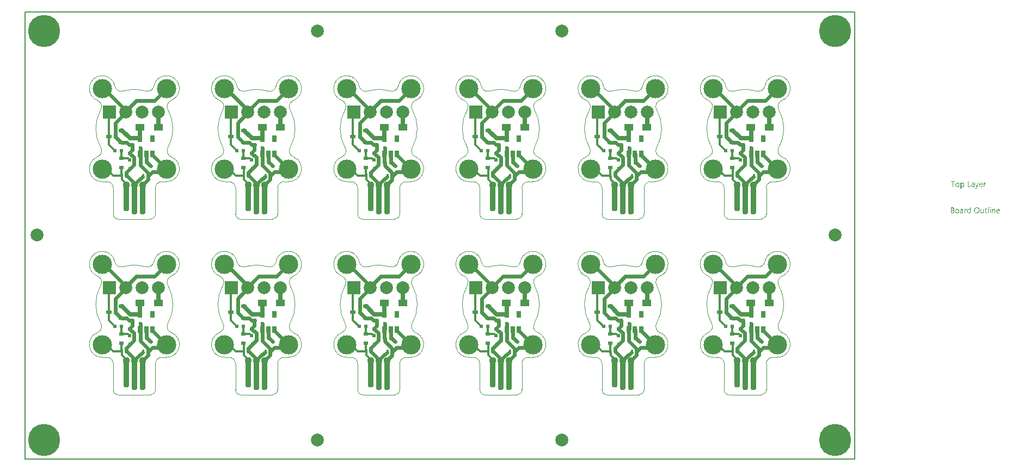
<source format=gtl>
G04*
G04 #@! TF.GenerationSoftware,Altium Limited,Altium Designer,21.3.2 (30)*
G04*
G04 Layer_Physical_Order=1*
G04 Layer_Color=255*
%FSAX25Y25*%
%MOIN*%
G70*
G04*
G04 #@! TF.SameCoordinates,57FAC1CB-812B-421D-9FDC-EB945B2EFB84*
G04*
G04*
G04 #@! TF.FilePolarity,Positive*
G04*
G01*
G75*
%ADD10C,0.07874*%
G04:AMPARAMS|DCode=11|XSize=35.43mil|YSize=188.98mil|CornerRadius=13.82mil|HoleSize=0mil|Usage=FLASHONLY|Rotation=180.000|XOffset=0mil|YOffset=0mil|HoleType=Round|Shape=RoundedRectangle|*
%AMROUNDEDRECTD11*
21,1,0.03543,0.16134,0,0,180.0*
21,1,0.00780,0.18898,0,0,180.0*
1,1,0.02764,-0.00390,0.08067*
1,1,0.02764,0.00390,0.08067*
1,1,0.02764,0.00390,-0.08067*
1,1,0.02764,-0.00390,-0.08067*
%
%ADD11ROUNDEDRECTD11*%
G04:AMPARAMS|DCode=12|XSize=35.43mil|YSize=169.29mil|CornerRadius=13.82mil|HoleSize=0mil|Usage=FLASHONLY|Rotation=180.000|XOffset=0mil|YOffset=0mil|HoleType=Round|Shape=RoundedRectangle|*
%AMROUNDEDRECTD12*
21,1,0.03543,0.14165,0,0,180.0*
21,1,0.00780,0.16929,0,0,180.0*
1,1,0.02764,-0.00390,0.07083*
1,1,0.02764,0.00390,0.07083*
1,1,0.02764,0.00390,-0.07083*
1,1,0.02764,-0.00390,-0.07083*
%
%ADD12ROUNDEDRECTD12*%
%ADD13R,0.02756X0.03937*%
%ADD14R,0.02165X0.01968*%
%ADD15R,0.01968X0.02165*%
%ADD16R,0.05315X0.04331*%
%ADD17R,0.01968X0.02165*%
%ADD18R,0.03150X0.02362*%
%ADD19R,0.03543X0.02362*%
%ADD20R,0.01575X0.02756*%
%ADD21C,0.02362*%
%ADD22C,0.02756*%
%ADD23C,0.01378*%
%ADD24C,0.00787*%
%ADD25C,0.00197*%
%ADD26C,0.19685*%
%ADD27R,0.07874X0.07874*%
%ADD28C,0.04370*%
%ADD29C,0.11811*%
%ADD30C,0.02362*%
G36*
X0554447Y0149710D02*
X0554481Y0149706D01*
X0554521Y0149703D01*
X0554567Y0149694D01*
X0554620Y0149685D01*
X0554679Y0149670D01*
X0554737Y0149651D01*
X0554799Y0149629D01*
X0554861Y0149601D01*
X0554926Y0149571D01*
X0554988Y0149530D01*
X0555046Y0149484D01*
X0555105Y0149432D01*
X0555158Y0149373D01*
X0555161Y0149370D01*
X0555170Y0149357D01*
X0555182Y0149339D01*
X0555201Y0149311D01*
X0555219Y0149277D01*
X0555244Y0149237D01*
X0555269Y0149187D01*
X0555294Y0149135D01*
X0555318Y0149073D01*
X0555343Y0149005D01*
X0555368Y0148931D01*
X0555386Y0148851D01*
X0555405Y0148764D01*
X0555417Y0148671D01*
X0555426Y0148573D01*
X0555430Y0148470D01*
Y0148468D01*
Y0148464D01*
Y0148455D01*
Y0148443D01*
X0555426Y0148409D01*
X0555423Y0148365D01*
X0555420Y0148313D01*
X0555414Y0148251D01*
X0555405Y0148183D01*
X0555392Y0148109D01*
X0555374Y0148032D01*
X0555355Y0147948D01*
X0555331Y0147865D01*
X0555300Y0147782D01*
X0555266Y0147698D01*
X0555226Y0147615D01*
X0555176Y0147537D01*
X0555124Y0147463D01*
X0555121Y0147460D01*
X0555108Y0147448D01*
X0555093Y0147429D01*
X0555068Y0147405D01*
X0555037Y0147377D01*
X0555000Y0147343D01*
X0554954Y0147309D01*
X0554904Y0147275D01*
X0554849Y0147241D01*
X0554784Y0147207D01*
X0554716Y0147173D01*
X0554641Y0147145D01*
X0554561Y0147120D01*
X0554475Y0147102D01*
X0554382Y0147089D01*
X0554286Y0147086D01*
X0554265D01*
X0554240Y0147089D01*
X0554206Y0147092D01*
X0554166Y0147099D01*
X0554119Y0147108D01*
X0554067Y0147120D01*
X0554008Y0147139D01*
X0553949Y0147160D01*
X0553888Y0147188D01*
X0553826Y0147222D01*
X0553761Y0147262D01*
X0553699Y0147312D01*
X0553640Y0147367D01*
X0553585Y0147432D01*
X0553532Y0147506D01*
X0553523D01*
Y0145992D01*
X0553121D01*
Y0149654D01*
X0553523D01*
Y0149212D01*
X0553532D01*
X0553535Y0149218D01*
X0553548Y0149234D01*
X0553563Y0149258D01*
X0553588Y0149289D01*
X0553619Y0149330D01*
X0553656Y0149370D01*
X0553702Y0149416D01*
X0553752Y0149462D01*
X0553810Y0149509D01*
X0553875Y0149555D01*
X0553946Y0149595D01*
X0554024Y0149636D01*
X0554107Y0149666D01*
X0554200Y0149691D01*
X0554295Y0149706D01*
X0554400Y0149713D01*
X0554422D01*
X0554447Y0149710D01*
D02*
G37*
G36*
X0568537Y0149694D02*
X0568571D01*
X0568608Y0149688D01*
X0568648Y0149682D01*
X0568689Y0149676D01*
X0568723Y0149663D01*
Y0149246D01*
X0568716Y0149249D01*
X0568704Y0149258D01*
X0568679Y0149271D01*
X0568645Y0149286D01*
X0568599Y0149302D01*
X0568550Y0149314D01*
X0568488Y0149323D01*
X0568417Y0149327D01*
X0568392D01*
X0568373Y0149323D01*
X0568352Y0149320D01*
X0568327Y0149314D01*
X0568268Y0149296D01*
X0568234Y0149283D01*
X0568200Y0149268D01*
X0568163Y0149246D01*
X0568126Y0149224D01*
X0568092Y0149197D01*
X0568055Y0149163D01*
X0568021Y0149126D01*
X0567987Y0149082D01*
X0567984Y0149079D01*
X0567981Y0149070D01*
X0567972Y0149058D01*
X0567959Y0149039D01*
X0567947Y0149014D01*
X0567932Y0148984D01*
X0567916Y0148950D01*
X0567901Y0148909D01*
X0567885Y0148866D01*
X0567870Y0148817D01*
X0567854Y0148761D01*
X0567842Y0148702D01*
X0567830Y0148637D01*
X0567820Y0148569D01*
X0567817Y0148498D01*
X0567814Y0148421D01*
Y0147145D01*
X0567413D01*
Y0149654D01*
X0567814D01*
Y0149135D01*
X0567824D01*
Y0149138D01*
X0567827Y0149147D01*
X0567833Y0149160D01*
X0567839Y0149178D01*
X0567848Y0149200D01*
X0567861Y0149228D01*
X0567888Y0149286D01*
X0567926Y0149354D01*
X0567972Y0149422D01*
X0568024Y0149487D01*
X0568086Y0149549D01*
X0568089Y0149552D01*
X0568095Y0149555D01*
X0568105Y0149561D01*
X0568117Y0149574D01*
X0568132Y0149583D01*
X0568154Y0149595D01*
X0568200Y0149623D01*
X0568259Y0149651D01*
X0568327Y0149676D01*
X0568401Y0149691D01*
X0568441Y0149694D01*
X0568482Y0149697D01*
X0568506D01*
X0568537Y0149694D01*
D02*
G37*
G36*
X0563204Y0146743D02*
Y0146740D01*
X0563201Y0146734D01*
X0563195Y0146725D01*
X0563189Y0146709D01*
X0563182Y0146691D01*
X0563173Y0146672D01*
X0563148Y0146623D01*
X0563114Y0146564D01*
X0563077Y0146496D01*
X0563031Y0146428D01*
X0562978Y0146354D01*
X0562920Y0146283D01*
X0562855Y0146212D01*
X0562784Y0146144D01*
X0562706Y0146085D01*
X0562623Y0146036D01*
X0562580Y0146017D01*
X0562533Y0145999D01*
X0562487Y0145983D01*
X0562438Y0145974D01*
X0562388Y0145968D01*
X0562336Y0145965D01*
X0562311D01*
X0562280Y0145968D01*
X0562243D01*
X0562203Y0145974D01*
X0562159Y0145980D01*
X0562113Y0145986D01*
X0562073Y0145999D01*
Y0146357D01*
X0562079Y0146354D01*
X0562095Y0146351D01*
X0562119Y0146345D01*
X0562150Y0146335D01*
X0562187Y0146326D01*
X0562227Y0146320D01*
X0562271Y0146317D01*
X0562311Y0146314D01*
X0562323D01*
X0562339Y0146317D01*
X0562360Y0146320D01*
X0562385Y0146326D01*
X0562416Y0146332D01*
X0562447Y0146345D01*
X0562484Y0146360D01*
X0562518Y0146379D01*
X0562558Y0146403D01*
X0562595Y0146431D01*
X0562632Y0146465D01*
X0562669Y0146508D01*
X0562706Y0146555D01*
X0562737Y0146610D01*
X0562768Y0146675D01*
X0562969Y0147148D01*
X0561990Y0149654D01*
X0562434D01*
X0563114Y0147723D01*
Y0147720D01*
X0563117Y0147713D01*
X0563121Y0147704D01*
X0563127Y0147686D01*
X0563133Y0147661D01*
X0563139Y0147627D01*
X0563151Y0147584D01*
X0563164Y0147531D01*
X0563179D01*
Y0147534D01*
X0563182Y0147544D01*
X0563185Y0147556D01*
X0563192Y0147578D01*
X0563198Y0147602D01*
X0563204Y0147633D01*
X0563216Y0147673D01*
X0563229Y0147717D01*
X0563942Y0149654D01*
X0564357D01*
X0563204Y0146743D01*
D02*
G37*
G36*
X0560757Y0149710D02*
X0560778D01*
X0560800Y0149706D01*
X0560828Y0149703D01*
X0560859Y0149697D01*
X0560923Y0149685D01*
X0561001Y0149663D01*
X0561078Y0149636D01*
X0561161Y0149595D01*
X0561245Y0149546D01*
X0561285Y0149518D01*
X0561325Y0149484D01*
X0561362Y0149447D01*
X0561399Y0149410D01*
X0561433Y0149367D01*
X0561464Y0149317D01*
X0561495Y0149268D01*
X0561523Y0149212D01*
X0561545Y0149150D01*
X0561566Y0149085D01*
X0561582Y0149018D01*
X0561594Y0148940D01*
X0561600Y0148863D01*
X0561603Y0148776D01*
Y0147145D01*
X0561202D01*
Y0147534D01*
X0561192D01*
X0561189Y0147528D01*
X0561180Y0147516D01*
X0561165Y0147494D01*
X0561143Y0147463D01*
X0561115Y0147429D01*
X0561081Y0147392D01*
X0561044Y0147352D01*
X0560998Y0147312D01*
X0560945Y0147268D01*
X0560889Y0147228D01*
X0560825Y0147191D01*
X0560757Y0147157D01*
X0560679Y0147126D01*
X0560599Y0147105D01*
X0560512Y0147092D01*
X0560420Y0147086D01*
X0560383D01*
X0560358Y0147089D01*
X0560327Y0147092D01*
X0560290Y0147096D01*
X0560250Y0147102D01*
X0560207Y0147111D01*
X0560111Y0147136D01*
X0560065Y0147151D01*
X0560015Y0147170D01*
X0559966Y0147191D01*
X0559919Y0147219D01*
X0559876Y0147250D01*
X0559833Y0147284D01*
X0559830Y0147287D01*
X0559824Y0147293D01*
X0559814Y0147306D01*
X0559799Y0147321D01*
X0559783Y0147340D01*
X0559768Y0147364D01*
X0559746Y0147392D01*
X0559728Y0147423D01*
X0559709Y0147460D01*
X0559691Y0147500D01*
X0559672Y0147544D01*
X0559657Y0147590D01*
X0559641Y0147639D01*
X0559632Y0147692D01*
X0559626Y0147751D01*
X0559623Y0147809D01*
Y0147812D01*
Y0147819D01*
Y0147828D01*
X0559626Y0147840D01*
Y0147856D01*
X0559629Y0147874D01*
X0559635Y0147921D01*
X0559647Y0147976D01*
X0559666Y0148038D01*
X0559691Y0148106D01*
X0559728Y0148177D01*
X0559771Y0148248D01*
X0559824Y0148319D01*
X0559858Y0148353D01*
X0559891Y0148387D01*
X0559932Y0148421D01*
X0559972Y0148452D01*
X0560018Y0148483D01*
X0560068Y0148511D01*
X0560120Y0148535D01*
X0560179Y0148560D01*
X0560241Y0148582D01*
X0560306Y0148600D01*
X0560377Y0148616D01*
X0560451Y0148628D01*
X0561202Y0148733D01*
Y0148736D01*
Y0148739D01*
Y0148749D01*
Y0148761D01*
X0561199Y0148792D01*
X0561192Y0148832D01*
X0561186Y0148881D01*
X0561174Y0148937D01*
X0561158Y0148993D01*
X0561137Y0149055D01*
X0561109Y0149113D01*
X0561075Y0149172D01*
X0561035Y0149224D01*
X0560985Y0149274D01*
X0560923Y0149314D01*
X0560855Y0149345D01*
X0560818Y0149357D01*
X0560775Y0149367D01*
X0560732Y0149370D01*
X0560686Y0149373D01*
X0560664D01*
X0560642Y0149370D01*
X0560608Y0149367D01*
X0560568Y0149364D01*
X0560522Y0149357D01*
X0560469Y0149348D01*
X0560414Y0149336D01*
X0560352Y0149317D01*
X0560287Y0149299D01*
X0560219Y0149274D01*
X0560148Y0149243D01*
X0560077Y0149206D01*
X0560006Y0149166D01*
X0559935Y0149119D01*
X0559867Y0149064D01*
Y0149475D01*
X0559870Y0149478D01*
X0559882Y0149484D01*
X0559904Y0149496D01*
X0559932Y0149512D01*
X0559969Y0149530D01*
X0560009Y0149549D01*
X0560058Y0149571D01*
X0560114Y0149595D01*
X0560173Y0149617D01*
X0560238Y0149639D01*
X0560309Y0149657D01*
X0560383Y0149676D01*
X0560463Y0149691D01*
X0560543Y0149703D01*
X0560630Y0149710D01*
X0560720Y0149713D01*
X0560741D01*
X0560757Y0149710D01*
D02*
G37*
G36*
X0557914Y0147516D02*
X0559326D01*
Y0147145D01*
X0557503D01*
Y0150658D01*
X0557914D01*
Y0147516D01*
D02*
G37*
G36*
X0549682Y0150284D02*
X0548669D01*
Y0147145D01*
X0548258D01*
Y0150284D01*
X0547244D01*
Y0150658D01*
X0549682D01*
Y0150284D01*
D02*
G37*
G36*
X0565821Y0149710D02*
X0565855Y0149706D01*
X0565898Y0149703D01*
X0565945Y0149697D01*
X0565997Y0149685D01*
X0566053Y0149673D01*
X0566115Y0149657D01*
X0566177Y0149636D01*
X0566238Y0149608D01*
X0566303Y0149577D01*
X0566365Y0149540D01*
X0566424Y0149496D01*
X0566482Y0149447D01*
X0566535Y0149391D01*
X0566538Y0149388D01*
X0566547Y0149376D01*
X0566560Y0149357D01*
X0566578Y0149333D01*
X0566597Y0149302D01*
X0566621Y0149262D01*
X0566646Y0149215D01*
X0566671Y0149163D01*
X0566696Y0149101D01*
X0566720Y0149036D01*
X0566745Y0148962D01*
X0566764Y0148885D01*
X0566782Y0148798D01*
X0566794Y0148708D01*
X0566804Y0148610D01*
X0566807Y0148508D01*
Y0148298D01*
X0565033D01*
Y0148291D01*
Y0148279D01*
X0565036Y0148257D01*
X0565039Y0148230D01*
X0565042Y0148192D01*
X0565049Y0148152D01*
X0565055Y0148109D01*
X0565067Y0148060D01*
X0565095Y0147954D01*
X0565114Y0147902D01*
X0565135Y0147846D01*
X0565160Y0147794D01*
X0565188Y0147741D01*
X0565222Y0147695D01*
X0565259Y0147649D01*
X0565262Y0147645D01*
X0565268Y0147639D01*
X0565280Y0147627D01*
X0565299Y0147615D01*
X0565321Y0147596D01*
X0565348Y0147578D01*
X0565379Y0147556D01*
X0565413Y0147537D01*
X0565453Y0147516D01*
X0565500Y0147494D01*
X0565546Y0147476D01*
X0565602Y0147457D01*
X0565657Y0147445D01*
X0565719Y0147432D01*
X0565784Y0147426D01*
X0565852Y0147423D01*
X0565871D01*
X0565892Y0147426D01*
X0565923D01*
X0565960Y0147432D01*
X0566004Y0147439D01*
X0566053Y0147448D01*
X0566109Y0147457D01*
X0566167Y0147473D01*
X0566229Y0147491D01*
X0566294Y0147513D01*
X0566359Y0147540D01*
X0566427Y0147571D01*
X0566495Y0147608D01*
X0566563Y0147652D01*
X0566631Y0147701D01*
Y0147324D01*
X0566628Y0147321D01*
X0566615Y0147315D01*
X0566597Y0147302D01*
X0566572Y0147287D01*
X0566538Y0147268D01*
X0566498Y0147250D01*
X0566452Y0147228D01*
X0566399Y0147207D01*
X0566337Y0147182D01*
X0566272Y0147160D01*
X0566201Y0147142D01*
X0566124Y0147123D01*
X0566041Y0147108D01*
X0565951Y0147096D01*
X0565855Y0147089D01*
X0565756Y0147086D01*
X0565731D01*
X0565707Y0147089D01*
X0565670Y0147092D01*
X0565623Y0147096D01*
X0565571Y0147105D01*
X0565515Y0147114D01*
X0565453Y0147129D01*
X0565389Y0147148D01*
X0565321Y0147170D01*
X0565249Y0147197D01*
X0565181Y0147228D01*
X0565110Y0147268D01*
X0565046Y0147315D01*
X0564981Y0147367D01*
X0564922Y0147426D01*
X0564919Y0147429D01*
X0564910Y0147442D01*
X0564894Y0147463D01*
X0564876Y0147491D01*
X0564851Y0147525D01*
X0564826Y0147568D01*
X0564798Y0147618D01*
X0564771Y0147676D01*
X0564743Y0147738D01*
X0564715Y0147812D01*
X0564690Y0147890D01*
X0564666Y0147976D01*
X0564647Y0148069D01*
X0564632Y0148168D01*
X0564622Y0148276D01*
X0564619Y0148387D01*
Y0148390D01*
Y0148393D01*
Y0148403D01*
Y0148412D01*
X0564622Y0148443D01*
X0564625Y0148486D01*
X0564628Y0148535D01*
X0564638Y0148591D01*
X0564647Y0148656D01*
X0564659Y0148727D01*
X0564678Y0148801D01*
X0564700Y0148878D01*
X0564727Y0148959D01*
X0564758Y0149039D01*
X0564795Y0149116D01*
X0564842Y0149197D01*
X0564891Y0149271D01*
X0564950Y0149342D01*
X0564953Y0149345D01*
X0564965Y0149357D01*
X0564984Y0149376D01*
X0565008Y0149401D01*
X0565042Y0149428D01*
X0565083Y0149459D01*
X0565126Y0149493D01*
X0565178Y0149527D01*
X0565234Y0149561D01*
X0565299Y0149595D01*
X0565367Y0149626D01*
X0565438Y0149654D01*
X0565515Y0149679D01*
X0565599Y0149697D01*
X0565685Y0149710D01*
X0565775Y0149713D01*
X0565796D01*
X0565821Y0149710D01*
D02*
G37*
G36*
X0551341D02*
X0551382Y0149706D01*
X0551428Y0149703D01*
X0551484Y0149694D01*
X0551542Y0149685D01*
X0551607Y0149670D01*
X0551678Y0149651D01*
X0551749Y0149629D01*
X0551820Y0149601D01*
X0551895Y0149567D01*
X0551966Y0149527D01*
X0552037Y0149481D01*
X0552102Y0149428D01*
X0552163Y0149367D01*
X0552166Y0149364D01*
X0552176Y0149351D01*
X0552191Y0149330D01*
X0552213Y0149302D01*
X0552238Y0149268D01*
X0552262Y0149224D01*
X0552293Y0149175D01*
X0552321Y0149116D01*
X0552352Y0149051D01*
X0552380Y0148980D01*
X0552404Y0148903D01*
X0552429Y0148817D01*
X0552451Y0148724D01*
X0552466Y0148625D01*
X0552476Y0148520D01*
X0552479Y0148409D01*
Y0148406D01*
Y0148403D01*
Y0148393D01*
Y0148381D01*
X0552476Y0148350D01*
X0552472Y0148310D01*
X0552469Y0148257D01*
X0552460Y0148199D01*
X0552451Y0148134D01*
X0552435Y0148063D01*
X0552417Y0147988D01*
X0552395Y0147908D01*
X0552367Y0147828D01*
X0552336Y0147748D01*
X0552296Y0147667D01*
X0552250Y0147590D01*
X0552197Y0147516D01*
X0552139Y0147445D01*
X0552136Y0147442D01*
X0552123Y0147429D01*
X0552105Y0147411D01*
X0552077Y0147389D01*
X0552043Y0147361D01*
X0552003Y0147330D01*
X0551953Y0147299D01*
X0551898Y0147265D01*
X0551836Y0147231D01*
X0551768Y0147201D01*
X0551694Y0147170D01*
X0551613Y0147142D01*
X0551524Y0147120D01*
X0551431Y0147102D01*
X0551335Y0147089D01*
X0551230Y0147086D01*
X0551205D01*
X0551178Y0147089D01*
X0551137Y0147092D01*
X0551091Y0147096D01*
X0551035Y0147105D01*
X0550977Y0147114D01*
X0550912Y0147129D01*
X0550841Y0147148D01*
X0550770Y0147173D01*
X0550696Y0147201D01*
X0550622Y0147234D01*
X0550547Y0147275D01*
X0550473Y0147321D01*
X0550405Y0147374D01*
X0550340Y0147435D01*
X0550337Y0147439D01*
X0550325Y0147451D01*
X0550309Y0147473D01*
X0550288Y0147500D01*
X0550263Y0147534D01*
X0550235Y0147578D01*
X0550207Y0147627D01*
X0550176Y0147686D01*
X0550146Y0147748D01*
X0550115Y0147819D01*
X0550087Y0147896D01*
X0550062Y0147979D01*
X0550040Y0148066D01*
X0550025Y0148161D01*
X0550013Y0148264D01*
X0550010Y0148369D01*
Y0148372D01*
Y0148375D01*
Y0148384D01*
Y0148396D01*
X0550013Y0148430D01*
X0550016Y0148474D01*
X0550019Y0148526D01*
X0550028Y0148588D01*
X0550037Y0148656D01*
X0550053Y0148730D01*
X0550071Y0148807D01*
X0550093Y0148888D01*
X0550121Y0148971D01*
X0550155Y0149055D01*
X0550195Y0149135D01*
X0550238Y0149212D01*
X0550291Y0149286D01*
X0550353Y0149357D01*
X0550356Y0149361D01*
X0550368Y0149373D01*
X0550390Y0149391D01*
X0550418Y0149413D01*
X0550452Y0149441D01*
X0550495Y0149469D01*
X0550544Y0149503D01*
X0550600Y0149537D01*
X0550662Y0149567D01*
X0550733Y0149601D01*
X0550810Y0149629D01*
X0550893Y0149657D01*
X0550983Y0149679D01*
X0551079Y0149697D01*
X0551181Y0149710D01*
X0551289Y0149713D01*
X0551314D01*
X0551341Y0149710D01*
D02*
G37*
G36*
X0571414Y0134727D02*
X0571442Y0134721D01*
X0571470Y0134712D01*
X0571501Y0134696D01*
X0571531Y0134678D01*
X0571562Y0134653D01*
X0571565Y0134650D01*
X0571575Y0134641D01*
X0571587Y0134625D01*
X0571602Y0134604D01*
X0571615Y0134576D01*
X0571627Y0134545D01*
X0571636Y0134508D01*
X0571640Y0134468D01*
Y0134462D01*
Y0134449D01*
X0571636Y0134431D01*
X0571630Y0134403D01*
X0571621Y0134375D01*
X0571606Y0134344D01*
X0571587Y0134313D01*
X0571562Y0134282D01*
X0571559Y0134279D01*
X0571550Y0134270D01*
X0571531Y0134258D01*
X0571510Y0134245D01*
X0571482Y0134233D01*
X0571451Y0134221D01*
X0571417Y0134211D01*
X0571377Y0134208D01*
X0571358D01*
X0571340Y0134211D01*
X0571312Y0134218D01*
X0571284Y0134227D01*
X0571253Y0134239D01*
X0571222Y0134255D01*
X0571192Y0134279D01*
X0571188Y0134282D01*
X0571179Y0134292D01*
X0571167Y0134310D01*
X0571154Y0134332D01*
X0571142Y0134357D01*
X0571130Y0134391D01*
X0571121Y0134428D01*
X0571117Y0134468D01*
Y0134474D01*
Y0134486D01*
X0571121Y0134508D01*
X0571127Y0134533D01*
X0571136Y0134564D01*
X0571148Y0134595D01*
X0571167Y0134625D01*
X0571192Y0134653D01*
X0571195Y0134656D01*
X0571204Y0134666D01*
X0571222Y0134678D01*
X0571244Y0134693D01*
X0571272Y0134706D01*
X0571303Y0134718D01*
X0571337Y0134727D01*
X0571377Y0134731D01*
X0571395D01*
X0571414Y0134727D01*
D02*
G37*
G36*
X0559446Y0131063D02*
X0559045D01*
Y0131486D01*
X0559035D01*
X0559032Y0131480D01*
X0559023Y0131464D01*
X0559005Y0131443D01*
X0558983Y0131412D01*
X0558952Y0131375D01*
X0558918Y0131334D01*
X0558875Y0131291D01*
X0558822Y0131245D01*
X0558767Y0131199D01*
X0558702Y0131155D01*
X0558631Y0131115D01*
X0558554Y0131078D01*
X0558470Y0131047D01*
X0558377Y0131026D01*
X0558279Y0131010D01*
X0558173Y0131004D01*
X0558152D01*
X0558127Y0131007D01*
X0558096Y0131010D01*
X0558056Y0131013D01*
X0558010Y0131023D01*
X0557957Y0131032D01*
X0557901Y0131047D01*
X0557843Y0131063D01*
X0557781Y0131087D01*
X0557719Y0131112D01*
X0557654Y0131146D01*
X0557592Y0131183D01*
X0557531Y0131229D01*
X0557472Y0131282D01*
X0557416Y0131341D01*
X0557413Y0131344D01*
X0557404Y0131356D01*
X0557392Y0131375D01*
X0557373Y0131403D01*
X0557351Y0131437D01*
X0557327Y0131477D01*
X0557302Y0131526D01*
X0557277Y0131582D01*
X0557249Y0131644D01*
X0557225Y0131711D01*
X0557200Y0131789D01*
X0557178Y0131869D01*
X0557160Y0131956D01*
X0557148Y0132051D01*
X0557138Y0132150D01*
X0557135Y0132255D01*
Y0132258D01*
Y0132262D01*
Y0132271D01*
Y0132283D01*
X0557138Y0132314D01*
X0557141Y0132357D01*
X0557144Y0132413D01*
X0557151Y0132472D01*
X0557160Y0132540D01*
X0557175Y0132614D01*
X0557191Y0132691D01*
X0557212Y0132774D01*
X0557237Y0132855D01*
X0557268Y0132941D01*
X0557302Y0133022D01*
X0557345Y0133102D01*
X0557392Y0133179D01*
X0557447Y0133253D01*
X0557450Y0133256D01*
X0557463Y0133269D01*
X0557481Y0133287D01*
X0557506Y0133312D01*
X0557537Y0133340D01*
X0557574Y0133374D01*
X0557620Y0133408D01*
X0557670Y0133442D01*
X0557728Y0133476D01*
X0557790Y0133510D01*
X0557858Y0133544D01*
X0557932Y0133572D01*
X0558013Y0133596D01*
X0558099Y0133615D01*
X0558189Y0133627D01*
X0558285Y0133630D01*
X0558306D01*
X0558334Y0133627D01*
X0558368Y0133624D01*
X0558411Y0133618D01*
X0558461Y0133609D01*
X0558513Y0133596D01*
X0558572Y0133581D01*
X0558634Y0133559D01*
X0558696Y0133531D01*
X0558757Y0133498D01*
X0558819Y0133457D01*
X0558878Y0133411D01*
X0558937Y0133359D01*
X0558989Y0133294D01*
X0559035Y0133222D01*
X0559045D01*
Y0134777D01*
X0559446D01*
Y0131063D01*
D02*
G37*
G36*
X0573661Y0133627D02*
X0573688D01*
X0573722Y0133621D01*
X0573763Y0133615D01*
X0573806Y0133609D01*
X0573852Y0133596D01*
X0573902Y0133584D01*
X0573954Y0133565D01*
X0574007Y0133544D01*
X0574059Y0133516D01*
X0574109Y0133485D01*
X0574158Y0133451D01*
X0574204Y0133408D01*
X0574248Y0133362D01*
X0574251Y0133359D01*
X0574257Y0133349D01*
X0574269Y0133334D01*
X0574282Y0133312D01*
X0574297Y0133284D01*
X0574316Y0133250D01*
X0574337Y0133210D01*
X0574359Y0133167D01*
X0574377Y0133114D01*
X0574399Y0133059D01*
X0574417Y0132994D01*
X0574433Y0132926D01*
X0574445Y0132852D01*
X0574458Y0132771D01*
X0574464Y0132688D01*
X0574467Y0132595D01*
Y0131063D01*
X0574065D01*
Y0132493D01*
Y0132496D01*
Y0132503D01*
Y0132512D01*
Y0132527D01*
X0574062Y0132546D01*
Y0132568D01*
X0574056Y0132617D01*
X0574047Y0132679D01*
X0574034Y0132747D01*
X0574016Y0132818D01*
X0573991Y0132892D01*
X0573960Y0132966D01*
X0573923Y0133037D01*
X0573877Y0133105D01*
X0573818Y0133167D01*
X0573753Y0133216D01*
X0573716Y0133238D01*
X0573673Y0133256D01*
X0573630Y0133272D01*
X0573583Y0133281D01*
X0573534Y0133287D01*
X0573481Y0133291D01*
X0573454D01*
X0573432Y0133287D01*
X0573407Y0133284D01*
X0573376Y0133278D01*
X0573342Y0133272D01*
X0573308Y0133263D01*
X0573268Y0133250D01*
X0573228Y0133235D01*
X0573188Y0133216D01*
X0573144Y0133195D01*
X0573104Y0133167D01*
X0573061Y0133136D01*
X0573021Y0133102D01*
X0572984Y0133062D01*
X0572981Y0133059D01*
X0572974Y0133053D01*
X0572965Y0133040D01*
X0572953Y0133022D01*
X0572937Y0133000D01*
X0572922Y0132972D01*
X0572903Y0132941D01*
X0572885Y0132907D01*
X0572866Y0132867D01*
X0572848Y0132824D01*
X0572832Y0132778D01*
X0572817Y0132728D01*
X0572805Y0132673D01*
X0572795Y0132617D01*
X0572789Y0132555D01*
X0572786Y0132493D01*
Y0131063D01*
X0572384D01*
Y0133572D01*
X0572786D01*
Y0133155D01*
X0572795D01*
X0572798Y0133161D01*
X0572808Y0133176D01*
X0572826Y0133198D01*
X0572848Y0133229D01*
X0572879Y0133266D01*
X0572913Y0133306D01*
X0572956Y0133349D01*
X0573005Y0133393D01*
X0573061Y0133436D01*
X0573123Y0133479D01*
X0573191Y0133519D01*
X0573262Y0133556D01*
X0573342Y0133587D01*
X0573429Y0133609D01*
X0573521Y0133624D01*
X0573620Y0133630D01*
X0573639D01*
X0573661Y0133627D01*
D02*
G37*
G36*
X0556684Y0133612D02*
X0556718D01*
X0556755Y0133606D01*
X0556795Y0133599D01*
X0556835Y0133593D01*
X0556869Y0133581D01*
Y0133164D01*
X0556863Y0133167D01*
X0556851Y0133176D01*
X0556826Y0133189D01*
X0556792Y0133204D01*
X0556746Y0133220D01*
X0556696Y0133232D01*
X0556635Y0133241D01*
X0556564Y0133244D01*
X0556539D01*
X0556520Y0133241D01*
X0556499Y0133238D01*
X0556474Y0133232D01*
X0556415Y0133213D01*
X0556381Y0133201D01*
X0556347Y0133186D01*
X0556310Y0133164D01*
X0556273Y0133142D01*
X0556239Y0133114D01*
X0556202Y0133080D01*
X0556168Y0133043D01*
X0556134Y0133000D01*
X0556131Y0132997D01*
X0556128Y0132988D01*
X0556119Y0132975D01*
X0556106Y0132957D01*
X0556094Y0132932D01*
X0556078Y0132901D01*
X0556063Y0132867D01*
X0556047Y0132827D01*
X0556032Y0132784D01*
X0556017Y0132734D01*
X0556001Y0132679D01*
X0555989Y0132620D01*
X0555976Y0132555D01*
X0555967Y0132487D01*
X0555964Y0132416D01*
X0555961Y0132339D01*
Y0131063D01*
X0555559D01*
Y0133572D01*
X0555961D01*
Y0133053D01*
X0555970D01*
Y0133056D01*
X0555973Y0133065D01*
X0555979Y0133077D01*
X0555986Y0133096D01*
X0555995Y0133117D01*
X0556007Y0133145D01*
X0556035Y0133204D01*
X0556072Y0133272D01*
X0556119Y0133340D01*
X0556171Y0133405D01*
X0556233Y0133467D01*
X0556236Y0133470D01*
X0556242Y0133473D01*
X0556251Y0133479D01*
X0556264Y0133491D01*
X0556279Y0133501D01*
X0556301Y0133513D01*
X0556347Y0133541D01*
X0556406Y0133569D01*
X0556474Y0133593D01*
X0556548Y0133609D01*
X0556588Y0133612D01*
X0556628Y0133615D01*
X0556653D01*
X0556684Y0133612D01*
D02*
G37*
G36*
X0567447Y0131063D02*
X0567045D01*
Y0131458D01*
X0567035D01*
X0567032Y0131452D01*
X0567023Y0131440D01*
X0567008Y0131415D01*
X0566989Y0131387D01*
X0566961Y0131353D01*
X0566927Y0131316D01*
X0566890Y0131273D01*
X0566844Y0131233D01*
X0566794Y0131189D01*
X0566736Y0131149D01*
X0566674Y0131109D01*
X0566603Y0131075D01*
X0566526Y0131047D01*
X0566445Y0131023D01*
X0566356Y0131010D01*
X0566260Y0131004D01*
X0566238D01*
X0566223Y0131007D01*
X0566201D01*
X0566177Y0131010D01*
X0566149Y0131016D01*
X0566121Y0131019D01*
X0566053Y0131038D01*
X0565976Y0131060D01*
X0565895Y0131094D01*
X0565855Y0131115D01*
X0565812Y0131137D01*
X0565769Y0131165D01*
X0565729Y0131192D01*
X0565688Y0131226D01*
X0565648Y0131263D01*
X0565608Y0131307D01*
X0565571Y0131350D01*
X0565537Y0131399D01*
X0565503Y0131455D01*
X0565475Y0131514D01*
X0565447Y0131576D01*
X0565422Y0131644D01*
X0565401Y0131718D01*
X0565385Y0131798D01*
X0565373Y0131881D01*
X0565367Y0131974D01*
X0565364Y0132070D01*
Y0133572D01*
X0565762D01*
Y0132135D01*
Y0132132D01*
Y0132126D01*
Y0132116D01*
Y0132101D01*
X0565765Y0132082D01*
Y0132061D01*
X0565772Y0132011D01*
X0565781Y0131949D01*
X0565793Y0131885D01*
X0565815Y0131810D01*
X0565840Y0131739D01*
X0565871Y0131665D01*
X0565911Y0131591D01*
X0565960Y0131526D01*
X0566019Y0131464D01*
X0566090Y0131415D01*
X0566127Y0131393D01*
X0566170Y0131375D01*
X0566217Y0131359D01*
X0566263Y0131350D01*
X0566316Y0131344D01*
X0566371Y0131341D01*
X0566399D01*
X0566421Y0131344D01*
X0566445Y0131347D01*
X0566473Y0131353D01*
X0566507Y0131359D01*
X0566541Y0131369D01*
X0566578Y0131378D01*
X0566618Y0131393D01*
X0566659Y0131412D01*
X0566699Y0131433D01*
X0566739Y0131458D01*
X0566779Y0131486D01*
X0566816Y0131520D01*
X0566853Y0131557D01*
X0566856Y0131560D01*
X0566862Y0131566D01*
X0566872Y0131579D01*
X0566884Y0131597D01*
X0566896Y0131619D01*
X0566915Y0131644D01*
X0566930Y0131675D01*
X0566949Y0131708D01*
X0566968Y0131749D01*
X0566983Y0131792D01*
X0567001Y0131838D01*
X0567014Y0131888D01*
X0567026Y0131943D01*
X0567035Y0131999D01*
X0567042Y0132061D01*
X0567045Y0132126D01*
Y0133572D01*
X0567447D01*
Y0131063D01*
D02*
G37*
G36*
X0571572D02*
X0571170D01*
Y0133572D01*
X0571572D01*
Y0131063D01*
D02*
G37*
G36*
X0570357D02*
X0569956D01*
Y0134777D01*
X0570357D01*
Y0131063D01*
D02*
G37*
G36*
X0553956Y0133627D02*
X0553977D01*
X0553999Y0133624D01*
X0554027Y0133621D01*
X0554058Y0133615D01*
X0554122Y0133603D01*
X0554200Y0133581D01*
X0554277Y0133553D01*
X0554360Y0133513D01*
X0554444Y0133464D01*
X0554484Y0133436D01*
X0554524Y0133402D01*
X0554561Y0133365D01*
X0554598Y0133328D01*
X0554632Y0133284D01*
X0554663Y0133235D01*
X0554694Y0133186D01*
X0554722Y0133130D01*
X0554743Y0133068D01*
X0554765Y0133003D01*
X0554781Y0132935D01*
X0554793Y0132858D01*
X0554799Y0132781D01*
X0554802Y0132694D01*
Y0131063D01*
X0554400D01*
Y0131452D01*
X0554391D01*
X0554388Y0131446D01*
X0554379Y0131433D01*
X0554363Y0131412D01*
X0554342Y0131381D01*
X0554314Y0131347D01*
X0554280Y0131310D01*
X0554243Y0131270D01*
X0554197Y0131229D01*
X0554144Y0131186D01*
X0554088Y0131146D01*
X0554024Y0131109D01*
X0553956Y0131075D01*
X0553878Y0131044D01*
X0553798Y0131023D01*
X0553711Y0131010D01*
X0553619Y0131004D01*
X0553582D01*
X0553557Y0131007D01*
X0553526Y0131010D01*
X0553489Y0131013D01*
X0553449Y0131019D01*
X0553406Y0131029D01*
X0553310Y0131053D01*
X0553263Y0131069D01*
X0553214Y0131087D01*
X0553164Y0131109D01*
X0553118Y0131137D01*
X0553075Y0131168D01*
X0553032Y0131202D01*
X0553029Y0131205D01*
X0553022Y0131211D01*
X0553013Y0131223D01*
X0552998Y0131239D01*
X0552982Y0131257D01*
X0552967Y0131282D01*
X0552945Y0131310D01*
X0552927Y0131341D01*
X0552908Y0131378D01*
X0552889Y0131418D01*
X0552871Y0131461D01*
X0552855Y0131508D01*
X0552840Y0131557D01*
X0552831Y0131610D01*
X0552825Y0131668D01*
X0552821Y0131727D01*
Y0131730D01*
Y0131736D01*
Y0131746D01*
X0552825Y0131758D01*
Y0131773D01*
X0552828Y0131792D01*
X0552834Y0131838D01*
X0552846Y0131894D01*
X0552865Y0131956D01*
X0552889Y0132024D01*
X0552927Y0132095D01*
X0552970Y0132166D01*
X0553022Y0132237D01*
X0553056Y0132271D01*
X0553090Y0132305D01*
X0553130Y0132339D01*
X0553171Y0132370D01*
X0553217Y0132401D01*
X0553266Y0132428D01*
X0553319Y0132453D01*
X0553378Y0132478D01*
X0553440Y0132500D01*
X0553504Y0132518D01*
X0553576Y0132534D01*
X0553650Y0132546D01*
X0554400Y0132651D01*
Y0132654D01*
Y0132657D01*
Y0132666D01*
Y0132679D01*
X0554397Y0132710D01*
X0554391Y0132750D01*
X0554385Y0132799D01*
X0554373Y0132855D01*
X0554357Y0132910D01*
X0554336Y0132972D01*
X0554308Y0133031D01*
X0554274Y0133090D01*
X0554234Y0133142D01*
X0554184Y0133192D01*
X0554122Y0133232D01*
X0554054Y0133263D01*
X0554017Y0133275D01*
X0553974Y0133284D01*
X0553931Y0133287D01*
X0553885Y0133291D01*
X0553863D01*
X0553841Y0133287D01*
X0553807Y0133284D01*
X0553767Y0133281D01*
X0553721Y0133275D01*
X0553668Y0133266D01*
X0553613Y0133253D01*
X0553551Y0133235D01*
X0553486Y0133216D01*
X0553418Y0133192D01*
X0553347Y0133161D01*
X0553276Y0133124D01*
X0553205Y0133083D01*
X0553134Y0133037D01*
X0553066Y0132982D01*
Y0133393D01*
X0553069Y0133396D01*
X0553081Y0133402D01*
X0553103Y0133414D01*
X0553130Y0133430D01*
X0553168Y0133448D01*
X0553208Y0133467D01*
X0553257Y0133488D01*
X0553313Y0133513D01*
X0553372Y0133535D01*
X0553436Y0133556D01*
X0553508Y0133575D01*
X0553582Y0133593D01*
X0553662Y0133609D01*
X0553742Y0133621D01*
X0553829Y0133627D01*
X0553919Y0133630D01*
X0553940D01*
X0553956Y0133627D01*
D02*
G37*
G36*
X0548319Y0134573D02*
X0548356Y0134570D01*
X0548400Y0134564D01*
X0548449Y0134557D01*
X0548505Y0134548D01*
X0548560Y0134536D01*
X0548619Y0134520D01*
X0548681Y0134502D01*
X0548740Y0134480D01*
X0548801Y0134455D01*
X0548857Y0134424D01*
X0548913Y0134391D01*
X0548965Y0134350D01*
X0548968Y0134347D01*
X0548978Y0134341D01*
X0548990Y0134329D01*
X0549005Y0134310D01*
X0549027Y0134289D01*
X0549049Y0134261D01*
X0549073Y0134230D01*
X0549098Y0134196D01*
X0549123Y0134156D01*
X0549148Y0134113D01*
X0549169Y0134063D01*
X0549191Y0134014D01*
X0549206Y0133958D01*
X0549219Y0133899D01*
X0549228Y0133837D01*
X0549231Y0133773D01*
Y0133770D01*
Y0133760D01*
Y0133745D01*
X0549228Y0133723D01*
X0549225Y0133695D01*
X0549222Y0133668D01*
X0549219Y0133633D01*
X0549212Y0133596D01*
X0549191Y0133513D01*
X0549163Y0133426D01*
X0549144Y0133380D01*
X0549123Y0133337D01*
X0549098Y0133294D01*
X0549070Y0133250D01*
X0549067Y0133247D01*
X0549064Y0133241D01*
X0549055Y0133229D01*
X0549039Y0133213D01*
X0549024Y0133198D01*
X0549005Y0133176D01*
X0548981Y0133155D01*
X0548956Y0133130D01*
X0548925Y0133105D01*
X0548891Y0133077D01*
X0548854Y0133053D01*
X0548814Y0133025D01*
X0548771Y0133000D01*
X0548727Y0132978D01*
X0548625Y0132938D01*
Y0132929D01*
X0548628D01*
X0548641Y0132926D01*
X0548659Y0132923D01*
X0548684Y0132920D01*
X0548715Y0132913D01*
X0548749Y0132904D01*
X0548789Y0132892D01*
X0548829Y0132879D01*
X0548919Y0132846D01*
X0548968Y0132824D01*
X0549015Y0132796D01*
X0549061Y0132768D01*
X0549107Y0132737D01*
X0549154Y0132700D01*
X0549194Y0132660D01*
X0549197Y0132657D01*
X0549203Y0132651D01*
X0549212Y0132639D01*
X0549228Y0132620D01*
X0549243Y0132595D01*
X0549262Y0132571D01*
X0549280Y0132537D01*
X0549302Y0132503D01*
X0549321Y0132462D01*
X0549339Y0132416D01*
X0549358Y0132370D01*
X0549373Y0132317D01*
X0549389Y0132258D01*
X0549398Y0132200D01*
X0549404Y0132138D01*
X0549407Y0132070D01*
Y0132064D01*
Y0132051D01*
X0549404Y0132027D01*
X0549401Y0131996D01*
X0549398Y0131956D01*
X0549389Y0131912D01*
X0549379Y0131863D01*
X0549367Y0131810D01*
X0549348Y0131752D01*
X0549327Y0131693D01*
X0549302Y0131634D01*
X0549271Y0131572D01*
X0549234Y0131511D01*
X0549191Y0131452D01*
X0549141Y0131396D01*
X0549083Y0131341D01*
X0549080Y0131338D01*
X0549067Y0131328D01*
X0549049Y0131316D01*
X0549024Y0131298D01*
X0548993Y0131276D01*
X0548953Y0131254D01*
X0548910Y0131226D01*
X0548860Y0131202D01*
X0548801Y0131177D01*
X0548740Y0131152D01*
X0548675Y0131128D01*
X0548601Y0131106D01*
X0548523Y0131087D01*
X0548443Y0131075D01*
X0548356Y0131066D01*
X0548267Y0131063D01*
X0547244D01*
Y0134576D01*
X0548285D01*
X0548319Y0134573D01*
D02*
G37*
G36*
X0568788Y0133572D02*
X0569421D01*
Y0133226D01*
X0568788D01*
Y0131814D01*
Y0131810D01*
Y0131801D01*
Y0131789D01*
Y0131773D01*
X0568791Y0131752D01*
X0568794Y0131727D01*
X0568800Y0131675D01*
X0568809Y0131613D01*
X0568825Y0131554D01*
X0568846Y0131498D01*
X0568859Y0131474D01*
X0568874Y0131452D01*
X0568877Y0131449D01*
X0568890Y0131437D01*
X0568911Y0131418D01*
X0568942Y0131399D01*
X0568982Y0131378D01*
X0569032Y0131362D01*
X0569090Y0131350D01*
X0569158Y0131344D01*
X0569183D01*
X0569211Y0131347D01*
X0569248Y0131353D01*
X0569288Y0131366D01*
X0569335Y0131378D01*
X0569378Y0131399D01*
X0569421Y0131427D01*
Y0131084D01*
X0569418D01*
X0569415Y0131081D01*
X0569406Y0131078D01*
X0569396Y0131072D01*
X0569362Y0131060D01*
X0569322Y0131047D01*
X0569267Y0131035D01*
X0569202Y0131023D01*
X0569128Y0131013D01*
X0569044Y0131010D01*
X0569016D01*
X0568982Y0131016D01*
X0568942Y0131023D01*
X0568893Y0131032D01*
X0568837Y0131050D01*
X0568775Y0131072D01*
X0568716Y0131103D01*
X0568655Y0131140D01*
X0568593Y0131189D01*
X0568537Y0131248D01*
X0568513Y0131282D01*
X0568488Y0131319D01*
X0568466Y0131359D01*
X0568448Y0131403D01*
X0568429Y0131449D01*
X0568414Y0131501D01*
X0568401Y0131554D01*
X0568392Y0131613D01*
X0568389Y0131675D01*
X0568386Y0131742D01*
Y0133226D01*
X0567956D01*
Y0133572D01*
X0568386D01*
Y0134184D01*
X0568788Y0134313D01*
Y0133572D01*
D02*
G37*
G36*
X0576256Y0133627D02*
X0576290Y0133624D01*
X0576333Y0133621D01*
X0576380Y0133615D01*
X0576432Y0133603D01*
X0576488Y0133590D01*
X0576550Y0133575D01*
X0576611Y0133553D01*
X0576673Y0133525D01*
X0576738Y0133494D01*
X0576800Y0133457D01*
X0576859Y0133414D01*
X0576917Y0133365D01*
X0576970Y0133309D01*
X0576973Y0133306D01*
X0576982Y0133294D01*
X0576995Y0133275D01*
X0577013Y0133250D01*
X0577032Y0133220D01*
X0577056Y0133179D01*
X0577081Y0133133D01*
X0577106Y0133080D01*
X0577131Y0133019D01*
X0577155Y0132954D01*
X0577180Y0132879D01*
X0577199Y0132802D01*
X0577217Y0132716D01*
X0577229Y0132626D01*
X0577239Y0132527D01*
X0577242Y0132425D01*
Y0132215D01*
X0575468D01*
Y0132209D01*
Y0132197D01*
X0575471Y0132175D01*
X0575474Y0132147D01*
X0575477Y0132110D01*
X0575484Y0132070D01*
X0575490Y0132027D01*
X0575502Y0131977D01*
X0575530Y0131872D01*
X0575549Y0131820D01*
X0575570Y0131764D01*
X0575595Y0131711D01*
X0575623Y0131659D01*
X0575657Y0131613D01*
X0575694Y0131566D01*
X0575697Y0131563D01*
X0575703Y0131557D01*
X0575715Y0131545D01*
X0575734Y0131532D01*
X0575756Y0131514D01*
X0575783Y0131495D01*
X0575814Y0131474D01*
X0575848Y0131455D01*
X0575888Y0131433D01*
X0575935Y0131412D01*
X0575981Y0131393D01*
X0576037Y0131375D01*
X0576092Y0131362D01*
X0576154Y0131350D01*
X0576219Y0131344D01*
X0576287Y0131341D01*
X0576305D01*
X0576327Y0131344D01*
X0576358D01*
X0576395Y0131350D01*
X0576438Y0131356D01*
X0576488Y0131366D01*
X0576544Y0131375D01*
X0576602Y0131390D01*
X0576664Y0131409D01*
X0576729Y0131430D01*
X0576794Y0131458D01*
X0576862Y0131489D01*
X0576930Y0131526D01*
X0576998Y0131569D01*
X0577066Y0131619D01*
Y0131242D01*
X0577063Y0131239D01*
X0577050Y0131233D01*
X0577032Y0131220D01*
X0577007Y0131205D01*
X0576973Y0131186D01*
X0576933Y0131168D01*
X0576886Y0131146D01*
X0576834Y0131124D01*
X0576772Y0131100D01*
X0576707Y0131078D01*
X0576636Y0131060D01*
X0576559Y0131041D01*
X0576475Y0131026D01*
X0576386Y0131013D01*
X0576290Y0131007D01*
X0576191Y0131004D01*
X0576166D01*
X0576142Y0131007D01*
X0576105Y0131010D01*
X0576058Y0131013D01*
X0576006Y0131023D01*
X0575950Y0131032D01*
X0575888Y0131047D01*
X0575823Y0131066D01*
X0575756Y0131087D01*
X0575684Y0131115D01*
X0575617Y0131146D01*
X0575545Y0131186D01*
X0575481Y0131233D01*
X0575416Y0131285D01*
X0575357Y0131344D01*
X0575354Y0131347D01*
X0575345Y0131359D01*
X0575329Y0131381D01*
X0575311Y0131409D01*
X0575286Y0131443D01*
X0575261Y0131486D01*
X0575233Y0131535D01*
X0575206Y0131594D01*
X0575178Y0131656D01*
X0575150Y0131730D01*
X0575125Y0131807D01*
X0575100Y0131894D01*
X0575082Y0131986D01*
X0575066Y0132085D01*
X0575057Y0132194D01*
X0575054Y0132305D01*
Y0132308D01*
Y0132311D01*
Y0132320D01*
Y0132329D01*
X0575057Y0132360D01*
X0575060Y0132404D01*
X0575063Y0132453D01*
X0575073Y0132509D01*
X0575082Y0132574D01*
X0575094Y0132645D01*
X0575113Y0132719D01*
X0575134Y0132796D01*
X0575162Y0132877D01*
X0575193Y0132957D01*
X0575230Y0133034D01*
X0575277Y0133114D01*
X0575326Y0133189D01*
X0575385Y0133260D01*
X0575388Y0133263D01*
X0575400Y0133275D01*
X0575419Y0133294D01*
X0575443Y0133318D01*
X0575477Y0133346D01*
X0575518Y0133377D01*
X0575561Y0133411D01*
X0575613Y0133445D01*
X0575669Y0133479D01*
X0575734Y0133513D01*
X0575802Y0133544D01*
X0575873Y0133572D01*
X0575950Y0133596D01*
X0576034Y0133615D01*
X0576120Y0133627D01*
X0576210Y0133630D01*
X0576231D01*
X0576256Y0133627D01*
D02*
G37*
G36*
X0563213Y0134632D02*
X0563235D01*
X0563257Y0134628D01*
X0563284D01*
X0563346Y0134619D01*
X0563417Y0134610D01*
X0563497Y0134595D01*
X0563584Y0134573D01*
X0563674Y0134548D01*
X0563769Y0134514D01*
X0563865Y0134474D01*
X0563964Y0134428D01*
X0564063Y0134372D01*
X0564156Y0134307D01*
X0564248Y0134230D01*
X0564335Y0134143D01*
X0564341Y0134137D01*
X0564353Y0134122D01*
X0564375Y0134094D01*
X0564406Y0134054D01*
X0564437Y0134004D01*
X0564477Y0133946D01*
X0564517Y0133878D01*
X0564557Y0133800D01*
X0564598Y0133711D01*
X0564638Y0133615D01*
X0564678Y0133510D01*
X0564712Y0133396D01*
X0564740Y0133272D01*
X0564761Y0133142D01*
X0564774Y0133006D01*
X0564780Y0132861D01*
Y0132858D01*
Y0132852D01*
Y0132839D01*
Y0132824D01*
X0564777Y0132802D01*
Y0132778D01*
X0564774Y0132750D01*
Y0132719D01*
X0564771Y0132685D01*
X0564768Y0132648D01*
X0564755Y0132564D01*
X0564743Y0132469D01*
X0564724Y0132370D01*
X0564700Y0132262D01*
X0564669Y0132150D01*
X0564632Y0132039D01*
X0564588Y0131925D01*
X0564536Y0131814D01*
X0564474Y0131702D01*
X0564403Y0131600D01*
X0564323Y0131501D01*
X0564316Y0131495D01*
X0564301Y0131480D01*
X0564276Y0131455D01*
X0564239Y0131424D01*
X0564193Y0131387D01*
X0564137Y0131344D01*
X0564075Y0131301D01*
X0564001Y0131254D01*
X0563918Y0131208D01*
X0563825Y0131161D01*
X0563726Y0131118D01*
X0563618Y0131081D01*
X0563501Y0131050D01*
X0563377Y0131026D01*
X0563244Y0131010D01*
X0563105Y0131004D01*
X0563071D01*
X0563056Y0131007D01*
X0563034D01*
X0563009Y0131010D01*
X0562982Y0131013D01*
X0562917Y0131019D01*
X0562846Y0131029D01*
X0562762Y0131044D01*
X0562676Y0131066D01*
X0562580Y0131090D01*
X0562484Y0131124D01*
X0562385Y0131165D01*
X0562283Y0131211D01*
X0562184Y0131267D01*
X0562088Y0131334D01*
X0561993Y0131409D01*
X0561906Y0131495D01*
X0561900Y0131501D01*
X0561888Y0131517D01*
X0561866Y0131545D01*
X0561835Y0131585D01*
X0561801Y0131634D01*
X0561764Y0131693D01*
X0561724Y0131761D01*
X0561684Y0131841D01*
X0561640Y0131928D01*
X0561600Y0132024D01*
X0561563Y0132129D01*
X0561529Y0132243D01*
X0561498Y0132367D01*
X0561477Y0132496D01*
X0561464Y0132632D01*
X0561458Y0132778D01*
Y0132781D01*
Y0132787D01*
Y0132799D01*
Y0132815D01*
X0561461Y0132836D01*
Y0132858D01*
X0561464Y0132886D01*
Y0132917D01*
X0561467Y0132951D01*
X0561474Y0132991D01*
X0561483Y0133071D01*
X0561495Y0133164D01*
X0561517Y0133263D01*
X0561538Y0133371D01*
X0561569Y0133479D01*
X0561606Y0133590D01*
X0561650Y0133705D01*
X0561702Y0133816D01*
X0561764Y0133924D01*
X0561835Y0134029D01*
X0561915Y0134128D01*
X0561922Y0134134D01*
X0561937Y0134150D01*
X0561962Y0134174D01*
X0561999Y0134208D01*
X0562045Y0134245D01*
X0562104Y0134289D01*
X0562169Y0134335D01*
X0562243Y0134381D01*
X0562329Y0134428D01*
X0562422Y0134474D01*
X0562524Y0134517D01*
X0562635Y0134554D01*
X0562756Y0134588D01*
X0562883Y0134613D01*
X0563019Y0134628D01*
X0563164Y0134635D01*
X0563195D01*
X0563213Y0134632D01*
D02*
G37*
G36*
X0551227Y0133627D02*
X0551267Y0133624D01*
X0551314Y0133621D01*
X0551369Y0133612D01*
X0551428Y0133603D01*
X0551493Y0133587D01*
X0551564Y0133569D01*
X0551635Y0133547D01*
X0551706Y0133519D01*
X0551780Y0133485D01*
X0551851Y0133445D01*
X0551922Y0133399D01*
X0551987Y0133346D01*
X0552049Y0133284D01*
X0552052Y0133281D01*
X0552061Y0133269D01*
X0552077Y0133247D01*
X0552099Y0133220D01*
X0552123Y0133186D01*
X0552148Y0133142D01*
X0552179Y0133093D01*
X0552207Y0133034D01*
X0552238Y0132969D01*
X0552265Y0132898D01*
X0552290Y0132821D01*
X0552315Y0132734D01*
X0552336Y0132642D01*
X0552352Y0132543D01*
X0552361Y0132438D01*
X0552364Y0132326D01*
Y0132323D01*
Y0132320D01*
Y0132311D01*
Y0132299D01*
X0552361Y0132268D01*
X0552358Y0132228D01*
X0552355Y0132175D01*
X0552346Y0132116D01*
X0552336Y0132051D01*
X0552321Y0131980D01*
X0552302Y0131906D01*
X0552281Y0131826D01*
X0552253Y0131746D01*
X0552222Y0131665D01*
X0552182Y0131585D01*
X0552136Y0131508D01*
X0552083Y0131433D01*
X0552024Y0131362D01*
X0552021Y0131359D01*
X0552009Y0131347D01*
X0551990Y0131328D01*
X0551963Y0131307D01*
X0551929Y0131279D01*
X0551888Y0131248D01*
X0551839Y0131217D01*
X0551783Y0131183D01*
X0551721Y0131149D01*
X0551653Y0131118D01*
X0551579Y0131087D01*
X0551499Y0131060D01*
X0551409Y0131038D01*
X0551317Y0131019D01*
X0551221Y0131007D01*
X0551116Y0131004D01*
X0551091D01*
X0551063Y0131007D01*
X0551023Y0131010D01*
X0550977Y0131013D01*
X0550921Y0131023D01*
X0550863Y0131032D01*
X0550798Y0131047D01*
X0550727Y0131066D01*
X0550655Y0131090D01*
X0550581Y0131118D01*
X0550507Y0131152D01*
X0550433Y0131192D01*
X0550359Y0131239D01*
X0550291Y0131291D01*
X0550226Y0131353D01*
X0550223Y0131356D01*
X0550211Y0131369D01*
X0550195Y0131390D01*
X0550173Y0131418D01*
X0550149Y0131452D01*
X0550121Y0131495D01*
X0550093Y0131545D01*
X0550062Y0131603D01*
X0550031Y0131665D01*
X0550000Y0131736D01*
X0549972Y0131814D01*
X0549948Y0131897D01*
X0549926Y0131983D01*
X0549911Y0132079D01*
X0549898Y0132181D01*
X0549895Y0132286D01*
Y0132289D01*
Y0132292D01*
Y0132302D01*
Y0132314D01*
X0549898Y0132348D01*
X0549901Y0132391D01*
X0549905Y0132444D01*
X0549914Y0132506D01*
X0549923Y0132574D01*
X0549939Y0132648D01*
X0549957Y0132725D01*
X0549979Y0132805D01*
X0550006Y0132889D01*
X0550040Y0132972D01*
X0550081Y0133053D01*
X0550124Y0133130D01*
X0550176Y0133204D01*
X0550238Y0133275D01*
X0550241Y0133278D01*
X0550254Y0133291D01*
X0550275Y0133309D01*
X0550303Y0133331D01*
X0550337Y0133359D01*
X0550380Y0133386D01*
X0550430Y0133420D01*
X0550486Y0133454D01*
X0550547Y0133485D01*
X0550618Y0133519D01*
X0550696Y0133547D01*
X0550779Y0133575D01*
X0550869Y0133596D01*
X0550964Y0133615D01*
X0551066Y0133627D01*
X0551175Y0133630D01*
X0551199D01*
X0551227Y0133627D01*
D02*
G37*
%LPC*%
G36*
X0554302Y0149373D02*
X0554268D01*
X0554243Y0149370D01*
X0554212Y0149367D01*
X0554178Y0149361D01*
X0554141Y0149351D01*
X0554098Y0149342D01*
X0554054Y0149330D01*
X0554008Y0149314D01*
X0553962Y0149293D01*
X0553915Y0149271D01*
X0553869Y0149243D01*
X0553823Y0149209D01*
X0553776Y0149172D01*
X0553736Y0149129D01*
X0553733Y0149126D01*
X0553727Y0149116D01*
X0553718Y0149104D01*
X0553702Y0149085D01*
X0553687Y0149061D01*
X0553668Y0149033D01*
X0553650Y0148999D01*
X0553631Y0148962D01*
X0553610Y0148919D01*
X0553591Y0148872D01*
X0553572Y0148823D01*
X0553557Y0148767D01*
X0553542Y0148708D01*
X0553532Y0148650D01*
X0553526Y0148585D01*
X0553523Y0148517D01*
Y0148168D01*
Y0148165D01*
Y0148155D01*
Y0148137D01*
X0553526Y0148115D01*
X0553529Y0148087D01*
X0553532Y0148056D01*
X0553538Y0148022D01*
X0553548Y0147985D01*
X0553572Y0147902D01*
X0553588Y0147859D01*
X0553606Y0147812D01*
X0553631Y0147769D01*
X0553659Y0147723D01*
X0553690Y0147679D01*
X0553724Y0147639D01*
X0553727Y0147636D01*
X0553733Y0147630D01*
X0553745Y0147621D01*
X0553761Y0147605D01*
X0553779Y0147590D01*
X0553804Y0147571D01*
X0553832Y0147553D01*
X0553866Y0147531D01*
X0553900Y0147513D01*
X0553940Y0147491D01*
X0553983Y0147473D01*
X0554027Y0147457D01*
X0554076Y0147442D01*
X0554129Y0147432D01*
X0554184Y0147426D01*
X0554240Y0147423D01*
X0554255D01*
X0554274Y0147426D01*
X0554302D01*
X0554329Y0147432D01*
X0554366Y0147439D01*
X0554407Y0147448D01*
X0554447Y0147457D01*
X0554493Y0147473D01*
X0554540Y0147491D01*
X0554586Y0147513D01*
X0554635Y0147540D01*
X0554682Y0147571D01*
X0554728Y0147608D01*
X0554771Y0147652D01*
X0554811Y0147701D01*
X0554815Y0147704D01*
X0554821Y0147713D01*
X0554830Y0147729D01*
X0554846Y0147754D01*
X0554861Y0147782D01*
X0554876Y0147816D01*
X0554895Y0147859D01*
X0554917Y0147905D01*
X0554935Y0147958D01*
X0554954Y0148016D01*
X0554969Y0148078D01*
X0554988Y0148149D01*
X0555000Y0148223D01*
X0555009Y0148304D01*
X0555015Y0148390D01*
X0555019Y0148480D01*
Y0148486D01*
Y0148498D01*
Y0148520D01*
X0555015Y0148548D01*
X0555012Y0148585D01*
X0555009Y0148625D01*
X0555003Y0148668D01*
X0554994Y0148718D01*
X0554972Y0148823D01*
X0554957Y0148878D01*
X0554935Y0148931D01*
X0554914Y0148987D01*
X0554889Y0149039D01*
X0554858Y0149089D01*
X0554824Y0149135D01*
X0554821Y0149138D01*
X0554815Y0149144D01*
X0554805Y0149156D01*
X0554790Y0149172D01*
X0554768Y0149190D01*
X0554747Y0149209D01*
X0554719Y0149231D01*
X0554688Y0149255D01*
X0554651Y0149277D01*
X0554614Y0149299D01*
X0554570Y0149317D01*
X0554524Y0149336D01*
X0554472Y0149351D01*
X0554419Y0149364D01*
X0554363Y0149370D01*
X0554302Y0149373D01*
D02*
G37*
G36*
X0561202Y0148412D02*
X0560596Y0148328D01*
X0560593D01*
X0560584Y0148325D01*
X0560568D01*
X0560550Y0148322D01*
X0560528Y0148316D01*
X0560500Y0148310D01*
X0560438Y0148298D01*
X0560370Y0148279D01*
X0560302Y0148254D01*
X0560234Y0148223D01*
X0560204Y0148208D01*
X0560176Y0148189D01*
X0560170Y0148183D01*
X0560154Y0148171D01*
X0560129Y0148146D01*
X0560105Y0148109D01*
X0560080Y0148060D01*
X0560068Y0148032D01*
X0560055Y0148001D01*
X0560046Y0147967D01*
X0560040Y0147927D01*
X0560037Y0147887D01*
X0560034Y0147840D01*
Y0147837D01*
Y0147831D01*
Y0147822D01*
X0560037Y0147809D01*
X0560040Y0147775D01*
X0560049Y0147732D01*
X0560065Y0147686D01*
X0560089Y0147633D01*
X0560120Y0147584D01*
X0560163Y0147537D01*
X0560167D01*
X0560170Y0147531D01*
X0560188Y0147519D01*
X0560216Y0147500D01*
X0560256Y0147482D01*
X0560309Y0147460D01*
X0560367Y0147442D01*
X0560438Y0147429D01*
X0560516Y0147423D01*
X0560543D01*
X0560565Y0147426D01*
X0560590Y0147429D01*
X0560621Y0147435D01*
X0560652Y0147442D01*
X0560689Y0147451D01*
X0560766Y0147476D01*
X0560806Y0147491D01*
X0560849Y0147513D01*
X0560889Y0147537D01*
X0560930Y0147565D01*
X0560970Y0147596D01*
X0561007Y0147633D01*
X0561010Y0147636D01*
X0561016Y0147642D01*
X0561025Y0147655D01*
X0561038Y0147670D01*
X0561053Y0147692D01*
X0561069Y0147717D01*
X0561087Y0147744D01*
X0561106Y0147778D01*
X0561121Y0147816D01*
X0561140Y0147856D01*
X0561155Y0147899D01*
X0561171Y0147945D01*
X0561183Y0147995D01*
X0561192Y0148047D01*
X0561199Y0148103D01*
X0561202Y0148161D01*
Y0148412D01*
D02*
G37*
G36*
X0565769Y0149373D02*
X0565741D01*
X0565722Y0149370D01*
X0565698Y0149367D01*
X0565667Y0149364D01*
X0565636Y0149357D01*
X0565602Y0149348D01*
X0565524Y0149323D01*
X0565484Y0149308D01*
X0565444Y0149286D01*
X0565404Y0149265D01*
X0565361Y0149237D01*
X0565324Y0149206D01*
X0565283Y0149169D01*
X0565280Y0149166D01*
X0565274Y0149160D01*
X0565265Y0149147D01*
X0565253Y0149132D01*
X0565237Y0149110D01*
X0565219Y0149089D01*
X0565200Y0149058D01*
X0565178Y0149027D01*
X0565157Y0148990D01*
X0565138Y0148950D01*
X0565117Y0148906D01*
X0565098Y0148860D01*
X0565080Y0148807D01*
X0565064Y0148755D01*
X0565049Y0148696D01*
X0565039Y0148637D01*
X0566396D01*
Y0148641D01*
Y0148653D01*
Y0148671D01*
X0566393Y0148696D01*
X0566390Y0148724D01*
X0566387Y0148758D01*
X0566381Y0148795D01*
X0566374Y0148835D01*
X0566353Y0148922D01*
X0566322Y0149014D01*
X0566303Y0149058D01*
X0566282Y0149101D01*
X0566257Y0149141D01*
X0566226Y0149178D01*
X0566223Y0149181D01*
X0566220Y0149187D01*
X0566211Y0149197D01*
X0566195Y0149209D01*
X0566180Y0149224D01*
X0566158Y0149240D01*
X0566136Y0149258D01*
X0566109Y0149277D01*
X0566078Y0149293D01*
X0566044Y0149311D01*
X0566004Y0149327D01*
X0565963Y0149342D01*
X0565920Y0149354D01*
X0565874Y0149364D01*
X0565821Y0149370D01*
X0565769Y0149373D01*
D02*
G37*
G36*
X0551258D02*
X0551242D01*
X0551221Y0149370D01*
X0551193D01*
X0551162Y0149364D01*
X0551125Y0149361D01*
X0551082Y0149351D01*
X0551035Y0149339D01*
X0550989Y0149327D01*
X0550940Y0149308D01*
X0550887Y0149286D01*
X0550838Y0149262D01*
X0550785Y0149231D01*
X0550736Y0149197D01*
X0550689Y0149156D01*
X0550646Y0149110D01*
X0550643Y0149107D01*
X0550637Y0149098D01*
X0550625Y0149082D01*
X0550612Y0149061D01*
X0550594Y0149036D01*
X0550575Y0149002D01*
X0550554Y0148965D01*
X0550535Y0148922D01*
X0550513Y0148872D01*
X0550492Y0148817D01*
X0550473Y0148758D01*
X0550455Y0148693D01*
X0550442Y0148622D01*
X0550430Y0148548D01*
X0550424Y0148468D01*
X0550421Y0148384D01*
Y0148378D01*
Y0148365D01*
X0550424Y0148341D01*
Y0148310D01*
X0550427Y0148273D01*
X0550433Y0148230D01*
X0550439Y0148180D01*
X0550448Y0148127D01*
X0550461Y0148072D01*
X0550476Y0148016D01*
X0550495Y0147958D01*
X0550516Y0147899D01*
X0550541Y0147840D01*
X0550572Y0147785D01*
X0550606Y0147729D01*
X0550646Y0147679D01*
X0550649Y0147676D01*
X0550655Y0147667D01*
X0550671Y0147655D01*
X0550689Y0147639D01*
X0550711Y0147621D01*
X0550739Y0147599D01*
X0550773Y0147574D01*
X0550810Y0147553D01*
X0550850Y0147528D01*
X0550897Y0147503D01*
X0550946Y0147482D01*
X0551002Y0147463D01*
X0551060Y0147448D01*
X0551122Y0147435D01*
X0551187Y0147426D01*
X0551258Y0147423D01*
X0551276D01*
X0551295Y0147426D01*
X0551323D01*
X0551354Y0147432D01*
X0551391Y0147435D01*
X0551434Y0147445D01*
X0551480Y0147454D01*
X0551527Y0147466D01*
X0551576Y0147485D01*
X0551626Y0147503D01*
X0551675Y0147528D01*
X0551725Y0147556D01*
X0551771Y0147590D01*
X0551817Y0147630D01*
X0551857Y0147673D01*
X0551861Y0147676D01*
X0551867Y0147686D01*
X0551876Y0147701D01*
X0551891Y0147720D01*
X0551907Y0147748D01*
X0551925Y0147778D01*
X0551944Y0147816D01*
X0551963Y0147859D01*
X0551981Y0147908D01*
X0552003Y0147961D01*
X0552018Y0148019D01*
X0552034Y0148084D01*
X0552049Y0148152D01*
X0552058Y0148230D01*
X0552065Y0148310D01*
X0552068Y0148393D01*
Y0148399D01*
Y0148415D01*
Y0148440D01*
X0552065Y0148470D01*
X0552061Y0148511D01*
X0552055Y0148554D01*
X0552049Y0148607D01*
X0552043Y0148659D01*
X0552015Y0148776D01*
X0552000Y0148835D01*
X0551978Y0148897D01*
X0551956Y0148956D01*
X0551925Y0149011D01*
X0551895Y0149067D01*
X0551857Y0149116D01*
X0551854Y0149119D01*
X0551848Y0149129D01*
X0551836Y0149141D01*
X0551817Y0149156D01*
X0551796Y0149175D01*
X0551771Y0149197D01*
X0551740Y0149221D01*
X0551703Y0149246D01*
X0551663Y0149268D01*
X0551619Y0149293D01*
X0551570Y0149314D01*
X0551518Y0149333D01*
X0551459Y0149348D01*
X0551397Y0149361D01*
X0551329Y0149370D01*
X0551258Y0149373D01*
D02*
G37*
G36*
X0558334Y0133291D02*
X0558319D01*
X0558300Y0133287D01*
X0558272D01*
X0558241Y0133281D01*
X0558207Y0133275D01*
X0558167Y0133269D01*
X0558124Y0133256D01*
X0558078Y0133244D01*
X0558031Y0133226D01*
X0557985Y0133204D01*
X0557935Y0133176D01*
X0557889Y0133145D01*
X0557843Y0133111D01*
X0557796Y0133068D01*
X0557756Y0133022D01*
X0557753Y0133019D01*
X0557747Y0133009D01*
X0557738Y0132994D01*
X0557722Y0132972D01*
X0557707Y0132944D01*
X0557691Y0132910D01*
X0557670Y0132873D01*
X0557651Y0132827D01*
X0557633Y0132778D01*
X0557614Y0132722D01*
X0557596Y0132660D01*
X0557580Y0132595D01*
X0557565Y0132521D01*
X0557555Y0132447D01*
X0557549Y0132363D01*
X0557546Y0132277D01*
Y0132271D01*
Y0132258D01*
Y0132234D01*
X0557549Y0132206D01*
X0557552Y0132169D01*
X0557555Y0132126D01*
X0557562Y0132079D01*
X0557571Y0132027D01*
X0557596Y0131919D01*
X0557611Y0131860D01*
X0557630Y0131804D01*
X0557654Y0131749D01*
X0557682Y0131693D01*
X0557713Y0131641D01*
X0557747Y0131591D01*
X0557750Y0131588D01*
X0557756Y0131582D01*
X0557769Y0131569D01*
X0557784Y0131551D01*
X0557806Y0131532D01*
X0557830Y0131511D01*
X0557858Y0131489D01*
X0557892Y0131467D01*
X0557929Y0131443D01*
X0557970Y0131421D01*
X0558013Y0131399D01*
X0558062Y0131381D01*
X0558115Y0131366D01*
X0558170Y0131353D01*
X0558229Y0131344D01*
X0558291Y0131341D01*
X0558306D01*
X0558325Y0131344D01*
X0558347D01*
X0558374Y0131347D01*
X0558408Y0131353D01*
X0558445Y0131362D01*
X0558486Y0131372D01*
X0558529Y0131384D01*
X0558572Y0131399D01*
X0558618Y0131418D01*
X0558662Y0131443D01*
X0558708Y0131471D01*
X0558751Y0131501D01*
X0558794Y0131538D01*
X0558835Y0131582D01*
X0558838Y0131585D01*
X0558844Y0131594D01*
X0558853Y0131606D01*
X0558869Y0131625D01*
X0558884Y0131650D01*
X0558903Y0131677D01*
X0558921Y0131711D01*
X0558940Y0131752D01*
X0558958Y0131792D01*
X0558980Y0131838D01*
X0558995Y0131891D01*
X0559011Y0131943D01*
X0559026Y0132002D01*
X0559035Y0132064D01*
X0559042Y0132129D01*
X0559045Y0132197D01*
Y0132564D01*
Y0132568D01*
Y0132577D01*
Y0132595D01*
X0559042Y0132617D01*
X0559039Y0132642D01*
X0559035Y0132673D01*
X0559029Y0132706D01*
X0559020Y0132744D01*
X0558995Y0132824D01*
X0558980Y0132867D01*
X0558961Y0132910D01*
X0558937Y0132954D01*
X0558909Y0132997D01*
X0558878Y0133040D01*
X0558844Y0133080D01*
X0558841Y0133083D01*
X0558835Y0133090D01*
X0558822Y0133099D01*
X0558807Y0133114D01*
X0558788Y0133130D01*
X0558764Y0133148D01*
X0558736Y0133167D01*
X0558705Y0133186D01*
X0558671Y0133204D01*
X0558631Y0133226D01*
X0558591Y0133241D01*
X0558544Y0133256D01*
X0558495Y0133272D01*
X0558445Y0133281D01*
X0558390Y0133287D01*
X0558334Y0133291D01*
D02*
G37*
G36*
X0554400Y0132329D02*
X0553795Y0132246D01*
X0553792D01*
X0553783Y0132243D01*
X0553767D01*
X0553749Y0132240D01*
X0553727Y0132234D01*
X0553699Y0132228D01*
X0553637Y0132215D01*
X0553569Y0132197D01*
X0553501Y0132172D01*
X0553433Y0132141D01*
X0553403Y0132126D01*
X0553375Y0132107D01*
X0553369Y0132101D01*
X0553353Y0132088D01*
X0553328Y0132064D01*
X0553304Y0132027D01*
X0553279Y0131977D01*
X0553266Y0131949D01*
X0553254Y0131919D01*
X0553245Y0131885D01*
X0553239Y0131844D01*
X0553236Y0131804D01*
X0553232Y0131758D01*
Y0131755D01*
Y0131749D01*
Y0131739D01*
X0553236Y0131727D01*
X0553239Y0131693D01*
X0553248Y0131650D01*
X0553263Y0131603D01*
X0553288Y0131551D01*
X0553319Y0131501D01*
X0553362Y0131455D01*
X0553365D01*
X0553369Y0131449D01*
X0553387Y0131437D01*
X0553415Y0131418D01*
X0553455Y0131399D01*
X0553508Y0131378D01*
X0553566Y0131359D01*
X0553637Y0131347D01*
X0553715Y0131341D01*
X0553742D01*
X0553764Y0131344D01*
X0553789Y0131347D01*
X0553820Y0131353D01*
X0553851Y0131359D01*
X0553888Y0131369D01*
X0553965Y0131393D01*
X0554005Y0131409D01*
X0554048Y0131430D01*
X0554088Y0131455D01*
X0554129Y0131483D01*
X0554169Y0131514D01*
X0554206Y0131551D01*
X0554209Y0131554D01*
X0554215Y0131560D01*
X0554224Y0131572D01*
X0554237Y0131588D01*
X0554252Y0131610D01*
X0554268Y0131634D01*
X0554286Y0131662D01*
X0554305Y0131696D01*
X0554320Y0131733D01*
X0554339Y0131773D01*
X0554354Y0131817D01*
X0554370Y0131863D01*
X0554382Y0131912D01*
X0554391Y0131965D01*
X0554397Y0132020D01*
X0554400Y0132079D01*
Y0132329D01*
D02*
G37*
G36*
X0548190Y0134202D02*
X0547655D01*
Y0133068D01*
X0548109D01*
X0548131Y0133071D01*
X0548159Y0133074D01*
X0548193Y0133077D01*
X0548230Y0133080D01*
X0548270Y0133090D01*
X0548353Y0133108D01*
X0548443Y0133136D01*
X0548486Y0133155D01*
X0548529Y0133176D01*
X0548570Y0133201D01*
X0548607Y0133229D01*
X0548610Y0133232D01*
X0548616Y0133235D01*
X0548625Y0133247D01*
X0548638Y0133260D01*
X0548653Y0133275D01*
X0548669Y0133297D01*
X0548687Y0133321D01*
X0548706Y0133349D01*
X0548721Y0133380D01*
X0548740Y0133414D01*
X0548755Y0133451D01*
X0548771Y0133491D01*
X0548783Y0133538D01*
X0548792Y0133584D01*
X0548798Y0133637D01*
X0548801Y0133689D01*
Y0133695D01*
Y0133711D01*
X0548798Y0133736D01*
X0548792Y0133770D01*
X0548780Y0133810D01*
X0548768Y0133853D01*
X0548746Y0133899D01*
X0548718Y0133946D01*
X0548681Y0133995D01*
X0548638Y0134041D01*
X0548582Y0134085D01*
X0548517Y0134122D01*
X0548480Y0134140D01*
X0548440Y0134156D01*
X0548397Y0134168D01*
X0548350Y0134180D01*
X0548301Y0134190D01*
X0548245Y0134196D01*
X0548190Y0134202D01*
D02*
G37*
G36*
X0548128Y0132697D02*
X0547655D01*
Y0131433D01*
X0548248D01*
X0548273Y0131437D01*
X0548304Y0131440D01*
X0548338Y0131443D01*
X0548378Y0131449D01*
X0548421Y0131455D01*
X0548511Y0131474D01*
X0548604Y0131504D01*
X0548650Y0131526D01*
X0548693Y0131548D01*
X0548734Y0131572D01*
X0548774Y0131603D01*
X0548777Y0131606D01*
X0548783Y0131613D01*
X0548792Y0131622D01*
X0548805Y0131634D01*
X0548820Y0131653D01*
X0548839Y0131675D01*
X0548854Y0131699D01*
X0548876Y0131727D01*
X0548894Y0131761D01*
X0548910Y0131795D01*
X0548928Y0131835D01*
X0548944Y0131875D01*
X0548956Y0131922D01*
X0548965Y0131971D01*
X0548971Y0132020D01*
X0548975Y0132076D01*
Y0132079D01*
Y0132082D01*
Y0132092D01*
X0548971Y0132104D01*
X0548968Y0132135D01*
X0548962Y0132172D01*
X0548950Y0132221D01*
X0548931Y0132274D01*
X0548903Y0132329D01*
X0548869Y0132388D01*
X0548823Y0132444D01*
X0548798Y0132472D01*
X0548768Y0132500D01*
X0548736Y0132527D01*
X0548700Y0132552D01*
X0548659Y0132577D01*
X0548616Y0132601D01*
X0548570Y0132620D01*
X0548520Y0132639D01*
X0548465Y0132657D01*
X0548406Y0132669D01*
X0548344Y0132682D01*
X0548276Y0132691D01*
X0548205Y0132694D01*
X0548128Y0132697D01*
D02*
G37*
G36*
X0576204Y0133291D02*
X0576176D01*
X0576157Y0133287D01*
X0576132Y0133284D01*
X0576102Y0133281D01*
X0576071Y0133275D01*
X0576037Y0133266D01*
X0575959Y0133241D01*
X0575919Y0133226D01*
X0575879Y0133204D01*
X0575839Y0133182D01*
X0575796Y0133155D01*
X0575759Y0133124D01*
X0575718Y0133087D01*
X0575715Y0133083D01*
X0575709Y0133077D01*
X0575700Y0133065D01*
X0575688Y0133049D01*
X0575672Y0133028D01*
X0575654Y0133006D01*
X0575635Y0132975D01*
X0575613Y0132944D01*
X0575592Y0132907D01*
X0575573Y0132867D01*
X0575552Y0132824D01*
X0575533Y0132778D01*
X0575515Y0132725D01*
X0575499Y0132673D01*
X0575484Y0132614D01*
X0575474Y0132555D01*
X0576831D01*
Y0132558D01*
Y0132571D01*
Y0132589D01*
X0576828Y0132614D01*
X0576825Y0132642D01*
X0576822Y0132676D01*
X0576815Y0132713D01*
X0576809Y0132753D01*
X0576788Y0132839D01*
X0576757Y0132932D01*
X0576738Y0132975D01*
X0576717Y0133019D01*
X0576692Y0133059D01*
X0576661Y0133096D01*
X0576658Y0133099D01*
X0576655Y0133105D01*
X0576645Y0133114D01*
X0576630Y0133127D01*
X0576615Y0133142D01*
X0576593Y0133158D01*
X0576571Y0133176D01*
X0576544Y0133195D01*
X0576513Y0133210D01*
X0576479Y0133229D01*
X0576438Y0133244D01*
X0576398Y0133260D01*
X0576355Y0133272D01*
X0576309Y0133281D01*
X0576256Y0133287D01*
X0576204Y0133291D01*
D02*
G37*
G36*
X0563133Y0134261D02*
X0563108D01*
X0563080Y0134258D01*
X0563040Y0134255D01*
X0562994Y0134248D01*
X0562938Y0134239D01*
X0562880Y0134227D01*
X0562815Y0134211D01*
X0562744Y0134190D01*
X0562669Y0134165D01*
X0562595Y0134131D01*
X0562521Y0134094D01*
X0562444Y0134048D01*
X0562373Y0133995D01*
X0562302Y0133933D01*
X0562234Y0133862D01*
X0562231Y0133859D01*
X0562218Y0133844D01*
X0562203Y0133822D01*
X0562181Y0133791D01*
X0562153Y0133751D01*
X0562125Y0133702D01*
X0562095Y0133646D01*
X0562064Y0133581D01*
X0562030Y0133510D01*
X0561999Y0133430D01*
X0561971Y0133343D01*
X0561943Y0133250D01*
X0561922Y0133151D01*
X0561906Y0133043D01*
X0561894Y0132932D01*
X0561891Y0132812D01*
Y0132808D01*
Y0132805D01*
Y0132796D01*
Y0132784D01*
Y0132768D01*
X0561894Y0132750D01*
X0561897Y0132703D01*
X0561900Y0132648D01*
X0561909Y0132586D01*
X0561918Y0132515D01*
X0561934Y0132438D01*
X0561949Y0132357D01*
X0561974Y0132271D01*
X0561999Y0132184D01*
X0562033Y0132098D01*
X0562070Y0132011D01*
X0562116Y0131925D01*
X0562169Y0131844D01*
X0562227Y0131767D01*
X0562231Y0131764D01*
X0562243Y0131752D01*
X0562261Y0131730D01*
X0562289Y0131705D01*
X0562323Y0131675D01*
X0562363Y0131644D01*
X0562410Y0131606D01*
X0562462Y0131569D01*
X0562524Y0131532D01*
X0562589Y0131498D01*
X0562663Y0131464D01*
X0562740Y0131433D01*
X0562824Y0131409D01*
X0562914Y0131390D01*
X0563006Y0131375D01*
X0563105Y0131372D01*
X0563130D01*
X0563161Y0131375D01*
X0563201Y0131378D01*
X0563250Y0131384D01*
X0563306Y0131390D01*
X0563368Y0131403D01*
X0563436Y0131418D01*
X0563507Y0131440D01*
X0563581Y0131464D01*
X0563658Y0131495D01*
X0563732Y0131532D01*
X0563810Y0131572D01*
X0563881Y0131625D01*
X0563952Y0131684D01*
X0564017Y0131749D01*
X0564020Y0131752D01*
X0564032Y0131767D01*
X0564047Y0131789D01*
X0564069Y0131820D01*
X0564094Y0131857D01*
X0564122Y0131903D01*
X0564153Y0131959D01*
X0564184Y0132024D01*
X0564214Y0132095D01*
X0564245Y0132172D01*
X0564273Y0132258D01*
X0564298Y0132354D01*
X0564319Y0132456D01*
X0564335Y0132564D01*
X0564347Y0132682D01*
X0564350Y0132805D01*
Y0132808D01*
Y0132815D01*
Y0132824D01*
Y0132836D01*
Y0132852D01*
X0564347Y0132873D01*
X0564344Y0132920D01*
X0564341Y0132978D01*
X0564332Y0133046D01*
X0564323Y0133121D01*
X0564310Y0133201D01*
X0564292Y0133284D01*
X0564270Y0133374D01*
X0564245Y0133464D01*
X0564214Y0133553D01*
X0564177Y0133640D01*
X0564134Y0133726D01*
X0564085Y0133807D01*
X0564026Y0133881D01*
X0564023Y0133884D01*
X0564010Y0133896D01*
X0563992Y0133915D01*
X0563967Y0133939D01*
X0563933Y0133970D01*
X0563893Y0134001D01*
X0563847Y0134035D01*
X0563794Y0134072D01*
X0563732Y0134106D01*
X0563664Y0134140D01*
X0563593Y0134174D01*
X0563513Y0134202D01*
X0563426Y0134227D01*
X0563334Y0134245D01*
X0563238Y0134258D01*
X0563133Y0134261D01*
D02*
G37*
G36*
X0551144Y0133291D02*
X0551128D01*
X0551107Y0133287D01*
X0551079D01*
X0551048Y0133281D01*
X0551011Y0133278D01*
X0550968Y0133269D01*
X0550921Y0133256D01*
X0550875Y0133244D01*
X0550825Y0133226D01*
X0550773Y0133204D01*
X0550723Y0133179D01*
X0550671Y0133148D01*
X0550622Y0133114D01*
X0550575Y0133074D01*
X0550532Y0133028D01*
X0550529Y0133025D01*
X0550523Y0133016D01*
X0550510Y0133000D01*
X0550498Y0132978D01*
X0550479Y0132954D01*
X0550461Y0132920D01*
X0550439Y0132883D01*
X0550421Y0132839D01*
X0550399Y0132790D01*
X0550377Y0132734D01*
X0550359Y0132676D01*
X0550340Y0132611D01*
X0550328Y0132540D01*
X0550316Y0132466D01*
X0550309Y0132385D01*
X0550306Y0132302D01*
Y0132296D01*
Y0132283D01*
X0550309Y0132258D01*
Y0132228D01*
X0550312Y0132191D01*
X0550319Y0132147D01*
X0550325Y0132098D01*
X0550334Y0132045D01*
X0550346Y0131990D01*
X0550362Y0131934D01*
X0550380Y0131875D01*
X0550402Y0131817D01*
X0550427Y0131758D01*
X0550458Y0131702D01*
X0550492Y0131647D01*
X0550532Y0131597D01*
X0550535Y0131594D01*
X0550541Y0131585D01*
X0550557Y0131572D01*
X0550575Y0131557D01*
X0550597Y0131538D01*
X0550625Y0131517D01*
X0550659Y0131492D01*
X0550696Y0131471D01*
X0550736Y0131446D01*
X0550782Y0131421D01*
X0550832Y0131399D01*
X0550887Y0131381D01*
X0550946Y0131366D01*
X0551008Y0131353D01*
X0551073Y0131344D01*
X0551144Y0131341D01*
X0551162D01*
X0551181Y0131344D01*
X0551209D01*
X0551239Y0131350D01*
X0551276Y0131353D01*
X0551320Y0131362D01*
X0551366Y0131372D01*
X0551412Y0131384D01*
X0551462Y0131403D01*
X0551511Y0131421D01*
X0551561Y0131446D01*
X0551610Y0131474D01*
X0551657Y0131508D01*
X0551703Y0131548D01*
X0551743Y0131591D01*
X0551746Y0131594D01*
X0551752Y0131603D01*
X0551762Y0131619D01*
X0551777Y0131637D01*
X0551793Y0131665D01*
X0551811Y0131696D01*
X0551830Y0131733D01*
X0551848Y0131776D01*
X0551867Y0131826D01*
X0551888Y0131878D01*
X0551904Y0131937D01*
X0551919Y0132002D01*
X0551935Y0132070D01*
X0551944Y0132147D01*
X0551950Y0132228D01*
X0551953Y0132311D01*
Y0132317D01*
Y0132333D01*
Y0132357D01*
X0551950Y0132388D01*
X0551947Y0132428D01*
X0551941Y0132472D01*
X0551935Y0132524D01*
X0551929Y0132577D01*
X0551901Y0132694D01*
X0551885Y0132753D01*
X0551864Y0132815D01*
X0551842Y0132873D01*
X0551811Y0132929D01*
X0551780Y0132985D01*
X0551743Y0133034D01*
X0551740Y0133037D01*
X0551734Y0133046D01*
X0551721Y0133059D01*
X0551703Y0133074D01*
X0551681Y0133093D01*
X0551657Y0133114D01*
X0551626Y0133139D01*
X0551589Y0133164D01*
X0551548Y0133186D01*
X0551505Y0133210D01*
X0551456Y0133232D01*
X0551403Y0133250D01*
X0551344Y0133266D01*
X0551283Y0133278D01*
X0551215Y0133287D01*
X0551144Y0133291D01*
D02*
G37*
%LPD*%
D10*
X0309055Y0242717D02*
D03*
Y-0007874D02*
D03*
X-0012303Y0117618D02*
D03*
X0476378D02*
D03*
X0159449Y-0007874D02*
D03*
Y0242717D02*
D03*
X0061932Y0085532D02*
D03*
X0041932D02*
D03*
X0051932D02*
D03*
X0136740D02*
D03*
X0116740D02*
D03*
X0126740D02*
D03*
X0211548D02*
D03*
X0191548D02*
D03*
X0201548D02*
D03*
X0286356D02*
D03*
X0266356D02*
D03*
X0276356D02*
D03*
X0361164D02*
D03*
X0341164D02*
D03*
X0351164D02*
D03*
X0435972D02*
D03*
X0415972D02*
D03*
X0425972D02*
D03*
X0061932Y0193209D02*
D03*
X0041932D02*
D03*
X0051932D02*
D03*
X0136740D02*
D03*
X0116740D02*
D03*
X0126740D02*
D03*
X0211548D02*
D03*
X0191548D02*
D03*
X0201548D02*
D03*
X0286356D02*
D03*
X0266356D02*
D03*
X0276356D02*
D03*
X0361164D02*
D03*
X0341164D02*
D03*
X0351164D02*
D03*
X0435972D02*
D03*
X0415972D02*
D03*
X0425972D02*
D03*
D11*
X0047247Y0031890D02*
D03*
X0052247D02*
D03*
X0122055D02*
D03*
X0127055D02*
D03*
X0196863D02*
D03*
X0201863D02*
D03*
X0271671D02*
D03*
X0276671D02*
D03*
X0346479D02*
D03*
X0351479D02*
D03*
X0421287D02*
D03*
X0426287D02*
D03*
X0047247Y0139567D02*
D03*
X0052247D02*
D03*
X0122055D02*
D03*
X0127055D02*
D03*
X0196863D02*
D03*
X0201863D02*
D03*
X0271671D02*
D03*
X0276671D02*
D03*
X0346479D02*
D03*
X0351479D02*
D03*
X0421287D02*
D03*
X0426287D02*
D03*
D12*
X0042247Y0032874D02*
D03*
X0117055D02*
D03*
X0191863D02*
D03*
X0266671D02*
D03*
X0341479D02*
D03*
X0416287D02*
D03*
X0042247Y0140551D02*
D03*
X0117055D02*
D03*
X0191863D02*
D03*
X0266671D02*
D03*
X0341479D02*
D03*
X0416287D02*
D03*
D13*
X0050810Y0059744D02*
D03*
X0054550D02*
D03*
X0058290D02*
D03*
Y0069193D02*
D03*
X0050810D02*
D03*
X0125618Y0059744D02*
D03*
X0129358D02*
D03*
X0133099D02*
D03*
Y0069193D02*
D03*
X0125618D02*
D03*
X0200426Y0059744D02*
D03*
X0204167D02*
D03*
X0207907D02*
D03*
Y0069193D02*
D03*
X0200426D02*
D03*
X0275234Y0059744D02*
D03*
X0278975D02*
D03*
X0282715D02*
D03*
Y0069193D02*
D03*
X0275234D02*
D03*
X0350043Y0059744D02*
D03*
X0353783D02*
D03*
X0357523D02*
D03*
Y0069193D02*
D03*
X0350043D02*
D03*
X0424851Y0059744D02*
D03*
X0428591D02*
D03*
X0432331D02*
D03*
Y0069193D02*
D03*
X0424851D02*
D03*
X0050810Y0167421D02*
D03*
X0054550D02*
D03*
X0058290D02*
D03*
Y0176870D02*
D03*
X0050810D02*
D03*
X0125618Y0167421D02*
D03*
X0129358D02*
D03*
X0133099D02*
D03*
Y0176870D02*
D03*
X0125618D02*
D03*
X0200426Y0167421D02*
D03*
X0204167D02*
D03*
X0207907D02*
D03*
Y0176870D02*
D03*
X0200426D02*
D03*
X0275234Y0167421D02*
D03*
X0278975D02*
D03*
X0282715D02*
D03*
Y0176870D02*
D03*
X0275234D02*
D03*
X0350043Y0167421D02*
D03*
X0353783D02*
D03*
X0357523D02*
D03*
Y0176870D02*
D03*
X0350043D02*
D03*
X0424851Y0167421D02*
D03*
X0428591D02*
D03*
X0432331D02*
D03*
Y0176870D02*
D03*
X0424851D02*
D03*
D14*
X0046023Y0069208D02*
D03*
Y0065271D02*
D03*
X0044320Y0056001D02*
D03*
Y0059938D02*
D03*
X0120831Y0069208D02*
D03*
Y0065271D02*
D03*
X0119128Y0056001D02*
D03*
Y0059938D02*
D03*
X0195639Y0069208D02*
D03*
Y0065271D02*
D03*
X0193936Y0056001D02*
D03*
Y0059938D02*
D03*
X0270447Y0069208D02*
D03*
Y0065271D02*
D03*
X0268744Y0056001D02*
D03*
Y0059938D02*
D03*
X0345255Y0069208D02*
D03*
Y0065271D02*
D03*
X0343552Y0056001D02*
D03*
Y0059938D02*
D03*
X0420063Y0069208D02*
D03*
Y0065271D02*
D03*
X0418360Y0056001D02*
D03*
Y0059938D02*
D03*
X0046023Y0176885D02*
D03*
Y0172948D02*
D03*
X0044320Y0163679D02*
D03*
Y0167616D02*
D03*
X0120831Y0176885D02*
D03*
Y0172948D02*
D03*
X0119128Y0163679D02*
D03*
Y0167616D02*
D03*
X0195639Y0176885D02*
D03*
Y0172948D02*
D03*
X0193936Y0163679D02*
D03*
Y0167616D02*
D03*
X0270447Y0176885D02*
D03*
Y0172948D02*
D03*
X0268744Y0163679D02*
D03*
Y0167616D02*
D03*
X0345255Y0176885D02*
D03*
Y0172948D02*
D03*
X0343552Y0163679D02*
D03*
Y0167616D02*
D03*
X0420063Y0176885D02*
D03*
Y0172948D02*
D03*
X0418360Y0163679D02*
D03*
Y0167616D02*
D03*
D15*
X0050913Y0054466D02*
D03*
X0054850D02*
D03*
X0125722D02*
D03*
X0129658D02*
D03*
X0200530D02*
D03*
X0204467D02*
D03*
X0275338D02*
D03*
X0279275D02*
D03*
X0350146D02*
D03*
X0354083D02*
D03*
X0424954D02*
D03*
X0428891D02*
D03*
X0050913Y0162143D02*
D03*
X0054850D02*
D03*
X0125722D02*
D03*
X0129658D02*
D03*
X0200530D02*
D03*
X0204467D02*
D03*
X0275338D02*
D03*
X0279275D02*
D03*
X0350146D02*
D03*
X0354083D02*
D03*
X0424954D02*
D03*
X0428891D02*
D03*
D16*
X0061912Y0076181D02*
D03*
X0050691D02*
D03*
X0136720D02*
D03*
X0125499D02*
D03*
X0211528D02*
D03*
X0200308D02*
D03*
X0286336D02*
D03*
X0275116D02*
D03*
X0361144D02*
D03*
X0349924D02*
D03*
X0435952D02*
D03*
X0424732D02*
D03*
X0061912Y0183858D02*
D03*
X0050691D02*
D03*
X0136720D02*
D03*
X0125499D02*
D03*
X0211528D02*
D03*
X0200308D02*
D03*
X0286336D02*
D03*
X0275116D02*
D03*
X0361144D02*
D03*
X0349924D02*
D03*
X0435952D02*
D03*
X0424732D02*
D03*
D17*
X0039274Y0061614D02*
D03*
X0035337D02*
D03*
X0114082D02*
D03*
X0110145D02*
D03*
X0188890D02*
D03*
X0184953D02*
D03*
X0263698D02*
D03*
X0259761D02*
D03*
X0338506D02*
D03*
X0334570D02*
D03*
X0413314D02*
D03*
X0409377D02*
D03*
X0039274Y0169291D02*
D03*
X0035337D02*
D03*
X0114082D02*
D03*
X0110145D02*
D03*
X0188890D02*
D03*
X0184953D02*
D03*
X0263698D02*
D03*
X0259761D02*
D03*
X0338506D02*
D03*
X0334570D02*
D03*
X0413314D02*
D03*
X0409377D02*
D03*
D18*
X0039281Y0051520D02*
D03*
Y0057031D02*
D03*
X0114089Y0051520D02*
D03*
Y0057031D02*
D03*
X0188897Y0051520D02*
D03*
Y0057031D02*
D03*
X0263705Y0051520D02*
D03*
Y0057031D02*
D03*
X0338513Y0051520D02*
D03*
Y0057031D02*
D03*
X0413321Y0051520D02*
D03*
Y0057031D02*
D03*
X0039281Y0159197D02*
D03*
Y0164708D02*
D03*
X0114089Y0159197D02*
D03*
Y0164708D02*
D03*
X0188897Y0159197D02*
D03*
Y0164708D02*
D03*
X0263705Y0159197D02*
D03*
Y0164708D02*
D03*
X0338513Y0159197D02*
D03*
Y0164708D02*
D03*
X0413321Y0159197D02*
D03*
Y0164708D02*
D03*
D19*
X0031535Y0070374D02*
D03*
X0039410Y0074114D02*
D03*
Y0066634D02*
D03*
X0106343Y0070374D02*
D03*
X0114217Y0074114D02*
D03*
Y0066634D02*
D03*
X0181152Y0070374D02*
D03*
X0189026Y0074114D02*
D03*
Y0066634D02*
D03*
X0255960Y0070374D02*
D03*
X0263834Y0074114D02*
D03*
Y0066634D02*
D03*
X0330768Y0070374D02*
D03*
X0338642Y0074114D02*
D03*
Y0066634D02*
D03*
X0405576Y0070374D02*
D03*
X0413450Y0074114D02*
D03*
Y0066634D02*
D03*
X0031535Y0178051D02*
D03*
X0039410Y0181791D02*
D03*
Y0174311D02*
D03*
X0106343Y0178051D02*
D03*
X0114217Y0181791D02*
D03*
Y0174311D02*
D03*
X0181152Y0178051D02*
D03*
X0189026Y0181791D02*
D03*
Y0174311D02*
D03*
X0255960Y0178051D02*
D03*
X0263834Y0181791D02*
D03*
Y0174311D02*
D03*
X0330768Y0178051D02*
D03*
X0338642Y0181791D02*
D03*
Y0174311D02*
D03*
X0405576Y0178051D02*
D03*
X0413450Y0181791D02*
D03*
Y0174311D02*
D03*
D20*
X0042316Y0046298D02*
D03*
X0039560D02*
D03*
X0052755Y0045961D02*
D03*
X0055511D02*
D03*
X0117124Y0046298D02*
D03*
X0114368D02*
D03*
X0127563Y0045961D02*
D03*
X0130319D02*
D03*
X0191932Y0046298D02*
D03*
X0189177D02*
D03*
X0202371Y0045961D02*
D03*
X0205127D02*
D03*
X0266740Y0046298D02*
D03*
X0263985D02*
D03*
X0277179Y0045961D02*
D03*
X0279935D02*
D03*
X0341549Y0046298D02*
D03*
X0338793D02*
D03*
X0351987Y0045961D02*
D03*
X0354743D02*
D03*
X0416357Y0046298D02*
D03*
X0413601D02*
D03*
X0426795Y0045961D02*
D03*
X0429551D02*
D03*
X0042316Y0153975D02*
D03*
X0039560D02*
D03*
X0052755Y0153638D02*
D03*
X0055511D02*
D03*
X0117124Y0153975D02*
D03*
X0114368D02*
D03*
X0127563Y0153638D02*
D03*
X0130319D02*
D03*
X0191932Y0153975D02*
D03*
X0189177D02*
D03*
X0202371Y0153638D02*
D03*
X0205127D02*
D03*
X0266740Y0153975D02*
D03*
X0263985D02*
D03*
X0277179Y0153638D02*
D03*
X0279935D02*
D03*
X0341549Y0153975D02*
D03*
X0338793D02*
D03*
X0351987Y0153638D02*
D03*
X0354743D02*
D03*
X0416357Y0153975D02*
D03*
X0413601D02*
D03*
X0426795Y0153638D02*
D03*
X0429551D02*
D03*
D21*
X0051007Y0059941D02*
Y0063215D01*
X0050810Y0059744D02*
X0051007Y0059941D01*
X0045965Y0062067D02*
Y0065214D01*
X0044320Y0060421D02*
X0045965Y0062067D01*
X0044134Y0065271D02*
X0046023D01*
X0044320Y0059938D02*
Y0060421D01*
Y0059938D02*
X0045599Y0058659D01*
X0047076Y0053003D02*
Y0057679D01*
X0042316Y0048243D02*
X0047076Y0053003D01*
X0045599Y0058659D02*
X0046096D01*
X0047076Y0057679D01*
X0039410Y0066634D02*
X0042772D01*
X0044134Y0065271D01*
X0047247Y0040649D02*
Y0041008D01*
X0050648Y0044409D01*
X0051007D02*
X0052361Y0045764D01*
X0050648Y0044409D02*
X0051007D01*
X0047247Y0040551D02*
Y0041008D01*
X0039213Y0066634D02*
X0039410D01*
X0042316Y0046298D02*
Y0048243D01*
Y0046298D02*
X0042513D01*
X0046862Y0041948D01*
Y0040935D02*
Y0041948D01*
Y0040935D02*
X0047247Y0040551D01*
X0058290Y0058999D02*
X0066896Y0050394D01*
X0058290Y0058999D02*
Y0059744D01*
X0054634Y0054682D02*
Y0059660D01*
Y0054682D02*
X0054850Y0054466D01*
X0055034D02*
X0057255Y0052245D01*
X0054850Y0054466D02*
X0055034D01*
X0048484Y0092340D02*
X0059665D01*
X0041971Y0085827D02*
X0048484Y0092340D01*
X0059665D02*
X0066932Y0099606D01*
X0041971Y0085827D02*
Y0086345D01*
X0027562Y0099606D02*
X0028710D01*
X0041971Y0086345D01*
Y0084998D02*
Y0085827D01*
X0035713Y0078740D02*
X0041971Y0084998D01*
X0035713Y0070133D02*
Y0078740D01*
Y0070133D02*
X0039213Y0066634D01*
X0052247Y0040642D02*
X0055511Y0043907D01*
Y0045961D01*
X0052247Y0040551D02*
Y0040642D01*
X0050857Y0054523D02*
Y0059698D01*
X0050913Y0052612D02*
X0055511Y0048015D01*
Y0045961D02*
Y0048015D01*
X0050913Y0052612D02*
Y0054466D01*
X0058211Y0048661D02*
X0065199D01*
X0066932Y0050394D01*
X0055511Y0045961D02*
X0058211Y0048661D01*
X0125815Y0059941D02*
Y0063215D01*
X0125618Y0059744D02*
X0125815Y0059941D01*
X0120773Y0062067D02*
Y0065214D01*
X0119128Y0060421D02*
X0120773Y0062067D01*
X0118942Y0065271D02*
X0120831D01*
X0119128Y0059938D02*
Y0060421D01*
Y0059938D02*
X0120407Y0058659D01*
X0121884Y0053003D02*
Y0057679D01*
X0117124Y0048243D02*
X0121884Y0053003D01*
X0120407Y0058659D02*
X0120904D01*
X0121884Y0057679D01*
X0114217Y0066634D02*
X0117580D01*
X0118942Y0065271D01*
X0122055Y0040649D02*
Y0041008D01*
X0125457Y0044409D01*
X0125815D02*
X0127169Y0045764D01*
X0125457Y0044409D02*
X0125815D01*
X0122055Y0040551D02*
Y0041008D01*
X0114021Y0066634D02*
X0114217D01*
X0117124Y0046298D02*
Y0048243D01*
Y0046298D02*
X0117321D01*
X0121670Y0041948D01*
Y0040935D02*
Y0041948D01*
Y0040935D02*
X0122055Y0040551D01*
X0133099Y0058999D02*
X0141704Y0050394D01*
X0133099Y0058999D02*
Y0059744D01*
X0129442Y0054682D02*
Y0059660D01*
Y0054682D02*
X0129658Y0054466D01*
X0129842D02*
X0132063Y0052245D01*
X0129658Y0054466D02*
X0129842D01*
X0123292Y0092340D02*
X0134473D01*
X0116779Y0085827D02*
X0123292Y0092340D01*
X0134473D02*
X0141740Y0099606D01*
X0116779Y0085827D02*
Y0086345D01*
X0102370Y0099606D02*
X0103518D01*
X0116779Y0086345D01*
Y0084998D02*
Y0085827D01*
X0110521Y0078740D02*
X0116779Y0084998D01*
X0110521Y0070133D02*
Y0078740D01*
Y0070133D02*
X0114021Y0066634D01*
X0127055Y0040642D02*
X0130319Y0043907D01*
Y0045961D01*
X0127055Y0040551D02*
Y0040642D01*
X0125665Y0054523D02*
Y0059698D01*
X0125722Y0052612D02*
X0130319Y0048015D01*
Y0045961D02*
Y0048015D01*
X0125722Y0052612D02*
Y0054466D01*
X0133019Y0048661D02*
X0140007D01*
X0141740Y0050394D01*
X0130319Y0045961D02*
X0133019Y0048661D01*
X0200623Y0059941D02*
Y0063215D01*
X0200426Y0059744D02*
X0200623Y0059941D01*
X0195581Y0062067D02*
Y0065214D01*
X0193936Y0060421D02*
X0195581Y0062067D01*
X0193751Y0065271D02*
X0195639D01*
X0193936Y0059938D02*
Y0060421D01*
Y0059938D02*
X0195216Y0058659D01*
X0196692Y0053003D02*
Y0057679D01*
X0191932Y0048243D02*
X0196692Y0053003D01*
X0195216Y0058659D02*
X0195712D01*
X0196692Y0057679D01*
X0189026Y0066634D02*
X0192388D01*
X0193751Y0065271D01*
X0196863Y0040649D02*
Y0041008D01*
X0200265Y0044409D01*
X0200623D02*
X0201977Y0045764D01*
X0200265Y0044409D02*
X0200623D01*
X0196863Y0040551D02*
Y0041008D01*
X0188829Y0066634D02*
X0189026D01*
X0191932Y0046298D02*
Y0048243D01*
Y0046298D02*
X0192129D01*
X0196478Y0041948D01*
Y0040935D02*
Y0041948D01*
Y0040935D02*
X0196863Y0040551D01*
X0207907Y0058999D02*
X0216512Y0050394D01*
X0207907Y0058999D02*
Y0059744D01*
X0204250Y0054682D02*
Y0059660D01*
Y0054682D02*
X0204467Y0054466D01*
X0204650D02*
X0206871Y0052245D01*
X0204467Y0054466D02*
X0204650D01*
X0198100Y0092340D02*
X0209281D01*
X0191587Y0085827D02*
X0198100Y0092340D01*
X0209281D02*
X0216548Y0099606D01*
X0191587Y0085827D02*
Y0086345D01*
X0177178Y0099606D02*
X0178326D01*
X0191587Y0086345D01*
Y0084998D02*
Y0085827D01*
X0185329Y0078740D02*
X0191587Y0084998D01*
X0185329Y0070133D02*
Y0078740D01*
Y0070133D02*
X0188829Y0066634D01*
X0201863Y0040642D02*
X0205127Y0043907D01*
Y0045961D01*
X0201863Y0040551D02*
Y0040642D01*
X0200473Y0054523D02*
Y0059698D01*
X0200530Y0052612D02*
X0205127Y0048015D01*
Y0045961D02*
Y0048015D01*
X0200530Y0052612D02*
Y0054466D01*
X0207827Y0048661D02*
X0214815D01*
X0216548Y0050394D01*
X0205127Y0045961D02*
X0207827Y0048661D01*
X0275431Y0059941D02*
Y0063215D01*
X0275234Y0059744D02*
X0275431Y0059941D01*
X0270390Y0062067D02*
Y0065214D01*
X0268744Y0060421D02*
X0270390Y0062067D01*
X0268559Y0065271D02*
X0270447D01*
X0268744Y0059938D02*
Y0060421D01*
Y0059938D02*
X0270024Y0058659D01*
X0271500Y0053003D02*
Y0057679D01*
X0266740Y0048243D02*
X0271500Y0053003D01*
X0270024Y0058659D02*
X0270520D01*
X0271500Y0057679D01*
X0263834Y0066634D02*
X0267196D01*
X0268559Y0065271D01*
X0271671Y0040649D02*
Y0041008D01*
X0275073Y0044409D01*
X0275431D02*
X0276785Y0045764D01*
X0275073Y0044409D02*
X0275431D01*
X0271671Y0040551D02*
Y0041008D01*
X0263637Y0066634D02*
X0263834D01*
X0266740Y0046298D02*
Y0048243D01*
Y0046298D02*
X0266937D01*
X0271287Y0041948D01*
Y0040935D02*
Y0041948D01*
Y0040935D02*
X0271671Y0040551D01*
X0282715Y0058999D02*
X0291320Y0050394D01*
X0282715Y0058999D02*
Y0059744D01*
X0279058Y0054682D02*
Y0059660D01*
Y0054682D02*
X0279275Y0054466D01*
X0279458D02*
X0281679Y0052245D01*
X0279275Y0054466D02*
X0279458D01*
X0272908Y0092340D02*
X0284089D01*
X0266395Y0085827D02*
X0272908Y0092340D01*
X0284089D02*
X0291356Y0099606D01*
X0266395Y0085827D02*
Y0086345D01*
X0251986Y0099606D02*
X0253134D01*
X0266395Y0086345D01*
Y0084998D02*
Y0085827D01*
X0260138Y0078740D02*
X0266395Y0084998D01*
X0260138Y0070133D02*
Y0078740D01*
Y0070133D02*
X0263637Y0066634D01*
X0276671Y0040642D02*
X0279935Y0043907D01*
Y0045961D01*
X0276671Y0040551D02*
Y0040642D01*
X0275281Y0054523D02*
Y0059698D01*
X0275338Y0052612D02*
X0279935Y0048015D01*
Y0045961D02*
Y0048015D01*
X0275338Y0052612D02*
Y0054466D01*
X0282635Y0048661D02*
X0289623D01*
X0291356Y0050394D01*
X0279935Y0045961D02*
X0282635Y0048661D01*
X0350239Y0059941D02*
Y0063215D01*
X0350043Y0059744D02*
X0350239Y0059941D01*
X0345198Y0062067D02*
Y0065214D01*
X0343552Y0060421D02*
X0345198Y0062067D01*
X0343367Y0065271D02*
X0345255D01*
X0343552Y0059938D02*
Y0060421D01*
Y0059938D02*
X0344832Y0058659D01*
X0346308Y0053003D02*
Y0057679D01*
X0341549Y0048243D02*
X0346308Y0053003D01*
X0344832Y0058659D02*
X0345328D01*
X0346308Y0057679D01*
X0338642Y0066634D02*
X0342004D01*
X0343367Y0065271D01*
X0346479Y0040649D02*
Y0041008D01*
X0349881Y0044409D01*
X0350239D02*
X0351593Y0045764D01*
X0349881Y0044409D02*
X0350239D01*
X0346479Y0040551D02*
Y0041008D01*
X0338445Y0066634D02*
X0338642D01*
X0341549Y0046298D02*
Y0048243D01*
Y0046298D02*
X0341745D01*
X0346095Y0041948D01*
Y0040935D02*
Y0041948D01*
Y0040935D02*
X0346479Y0040551D01*
X0357523Y0058999D02*
X0366128Y0050394D01*
X0357523Y0058999D02*
Y0059744D01*
X0353867Y0054682D02*
Y0059660D01*
Y0054682D02*
X0354083Y0054466D01*
X0354266D02*
X0356487Y0052245D01*
X0354083Y0054466D02*
X0354266D01*
X0347716Y0092340D02*
X0358897D01*
X0341203Y0085827D02*
X0347716Y0092340D01*
X0358897D02*
X0366164Y0099606D01*
X0341203Y0085827D02*
Y0086345D01*
X0326794Y0099606D02*
X0327942D01*
X0341203Y0086345D01*
Y0084998D02*
Y0085827D01*
X0334946Y0078740D02*
X0341203Y0084998D01*
X0334946Y0070133D02*
Y0078740D01*
Y0070133D02*
X0338445Y0066634D01*
X0351479Y0040642D02*
X0354743Y0043907D01*
Y0045961D01*
X0351479Y0040551D02*
Y0040642D01*
X0350089Y0054523D02*
Y0059698D01*
X0350146Y0052612D02*
X0354743Y0048015D01*
Y0045961D02*
Y0048015D01*
X0350146Y0052612D02*
Y0054466D01*
X0357443Y0048661D02*
X0364431D01*
X0366164Y0050394D01*
X0354743Y0045961D02*
X0357443Y0048661D01*
X0425047Y0059941D02*
Y0063215D01*
X0424851Y0059744D02*
X0425047Y0059941D01*
X0420006Y0062067D02*
Y0065214D01*
X0418360Y0060421D02*
X0420006Y0062067D01*
X0418175Y0065271D02*
X0420063D01*
X0418360Y0059938D02*
Y0060421D01*
Y0059938D02*
X0419640Y0058659D01*
X0421116Y0053003D02*
Y0057679D01*
X0416357Y0048243D02*
X0421116Y0053003D01*
X0419640Y0058659D02*
X0420136D01*
X0421116Y0057679D01*
X0413450Y0066634D02*
X0416812D01*
X0418175Y0065271D01*
X0421287Y0040649D02*
Y0041008D01*
X0424689Y0044409D01*
X0425047D02*
X0426402Y0045764D01*
X0424689Y0044409D02*
X0425047D01*
X0421287Y0040551D02*
Y0041008D01*
X0413253Y0066634D02*
X0413450D01*
X0416357Y0046298D02*
Y0048243D01*
Y0046298D02*
X0416553D01*
X0420903Y0041948D01*
Y0040935D02*
Y0041948D01*
Y0040935D02*
X0421287Y0040551D01*
X0432331Y0058999D02*
X0440936Y0050394D01*
X0432331Y0058999D02*
Y0059744D01*
X0428675Y0054682D02*
Y0059660D01*
Y0054682D02*
X0428891Y0054466D01*
X0429074D02*
X0431295Y0052245D01*
X0428891Y0054466D02*
X0429074D01*
X0422524Y0092340D02*
X0433706D01*
X0416011Y0085827D02*
X0422524Y0092340D01*
X0433706D02*
X0440972Y0099606D01*
X0416011Y0085827D02*
Y0086345D01*
X0401602Y0099606D02*
X0402751D01*
X0416011Y0086345D01*
Y0084998D02*
Y0085827D01*
X0409754Y0078740D02*
X0416011Y0084998D01*
X0409754Y0070133D02*
Y0078740D01*
Y0070133D02*
X0413253Y0066634D01*
X0426287Y0040642D02*
X0429551Y0043907D01*
Y0045961D01*
X0426287Y0040551D02*
Y0040642D01*
X0424897Y0054523D02*
Y0059698D01*
X0424954Y0052612D02*
X0429551Y0048015D01*
Y0045961D02*
Y0048015D01*
X0424954Y0052612D02*
Y0054466D01*
X0432252Y0048661D02*
X0439239D01*
X0440972Y0050394D01*
X0429551Y0045961D02*
X0432252Y0048661D01*
X0051007Y0167618D02*
Y0170892D01*
X0050810Y0167421D02*
X0051007Y0167618D01*
X0045965Y0169744D02*
Y0172891D01*
X0044320Y0168098D02*
X0045965Y0169744D01*
X0044134Y0172948D02*
X0046023D01*
X0044320Y0167616D02*
Y0168098D01*
Y0167616D02*
X0045599Y0166336D01*
X0047076Y0160680D02*
Y0165356D01*
X0042316Y0155920D02*
X0047076Y0160680D01*
X0045599Y0166336D02*
X0046096D01*
X0047076Y0165356D01*
X0039410Y0174311D02*
X0042772D01*
X0044134Y0172948D01*
X0047247Y0148326D02*
Y0148685D01*
X0050648Y0152087D01*
X0051007D02*
X0052361Y0153441D01*
X0050648Y0152087D02*
X0051007D01*
X0047247Y0148228D02*
Y0148685D01*
X0039213Y0174311D02*
X0039410D01*
X0042316Y0153975D02*
Y0155920D01*
Y0153975D02*
X0042513D01*
X0046862Y0149626D01*
Y0148612D02*
Y0149626D01*
Y0148612D02*
X0047247Y0148228D01*
X0058290Y0166676D02*
X0066896Y0158071D01*
X0058290Y0166676D02*
Y0167421D01*
X0054634Y0162359D02*
Y0167337D01*
Y0162359D02*
X0054850Y0162143D01*
X0055034D02*
X0057255Y0159922D01*
X0054850Y0162143D02*
X0055034D01*
X0048484Y0200017D02*
X0059665D01*
X0041971Y0193504D02*
X0048484Y0200017D01*
X0059665D02*
X0066932Y0207283D01*
X0041971Y0193504D02*
Y0194023D01*
X0027562Y0207283D02*
X0028710D01*
X0041971Y0194023D01*
Y0192675D02*
Y0193504D01*
X0035713Y0186417D02*
X0041971Y0192675D01*
X0035713Y0177810D02*
Y0186417D01*
Y0177810D02*
X0039213Y0174311D01*
X0052247Y0148319D02*
X0055511Y0151584D01*
Y0153638D01*
X0052247Y0148228D02*
Y0148319D01*
X0050857Y0162200D02*
Y0167375D01*
X0050913Y0160290D02*
X0055511Y0155692D01*
Y0153638D02*
Y0155692D01*
X0050913Y0160290D02*
Y0162143D01*
X0058211Y0156338D02*
X0065199D01*
X0066932Y0158071D01*
X0055511Y0153638D02*
X0058211Y0156338D01*
X0125815Y0167618D02*
Y0170892D01*
X0125618Y0167421D02*
X0125815Y0167618D01*
X0120773Y0169744D02*
Y0172891D01*
X0119128Y0168098D02*
X0120773Y0169744D01*
X0118942Y0172948D02*
X0120831D01*
X0119128Y0167616D02*
Y0168098D01*
Y0167616D02*
X0120407Y0166336D01*
X0121884Y0160680D02*
Y0165356D01*
X0117124Y0155920D02*
X0121884Y0160680D01*
X0120407Y0166336D02*
X0120904D01*
X0121884Y0165356D01*
X0114217Y0174311D02*
X0117580D01*
X0118942Y0172948D01*
X0122055Y0148326D02*
Y0148685D01*
X0125457Y0152087D01*
X0125815D02*
X0127169Y0153441D01*
X0125457Y0152087D02*
X0125815D01*
X0122055Y0148228D02*
Y0148685D01*
X0114021Y0174311D02*
X0114217D01*
X0117124Y0153975D02*
Y0155920D01*
Y0153975D02*
X0117321D01*
X0121670Y0149626D01*
Y0148612D02*
Y0149626D01*
Y0148612D02*
X0122055Y0148228D01*
X0133099Y0166676D02*
X0141704Y0158071D01*
X0133099Y0166676D02*
Y0167421D01*
X0129442Y0162359D02*
Y0167337D01*
Y0162359D02*
X0129658Y0162143D01*
X0129842D02*
X0132063Y0159922D01*
X0129658Y0162143D02*
X0129842D01*
X0123292Y0200017D02*
X0134473D01*
X0116779Y0193504D02*
X0123292Y0200017D01*
X0134473D02*
X0141740Y0207283D01*
X0116779Y0193504D02*
Y0194023D01*
X0102370Y0207283D02*
X0103518D01*
X0116779Y0194023D01*
Y0192675D02*
Y0193504D01*
X0110521Y0186417D02*
X0116779Y0192675D01*
X0110521Y0177810D02*
Y0186417D01*
Y0177810D02*
X0114021Y0174311D01*
X0127055Y0148319D02*
X0130319Y0151584D01*
Y0153638D01*
X0127055Y0148228D02*
Y0148319D01*
X0125665Y0162200D02*
Y0167375D01*
X0125722Y0160290D02*
X0130319Y0155692D01*
Y0153638D02*
Y0155692D01*
X0125722Y0160290D02*
Y0162143D01*
X0133019Y0156338D02*
X0140007D01*
X0141740Y0158071D01*
X0130319Y0153638D02*
X0133019Y0156338D01*
X0200623Y0167618D02*
Y0170892D01*
X0200426Y0167421D02*
X0200623Y0167618D01*
X0195581Y0169744D02*
Y0172891D01*
X0193936Y0168098D02*
X0195581Y0169744D01*
X0193751Y0172948D02*
X0195639D01*
X0193936Y0167616D02*
Y0168098D01*
Y0167616D02*
X0195216Y0166336D01*
X0196692Y0160680D02*
Y0165356D01*
X0191932Y0155920D02*
X0196692Y0160680D01*
X0195216Y0166336D02*
X0195712D01*
X0196692Y0165356D01*
X0189026Y0174311D02*
X0192388D01*
X0193751Y0172948D01*
X0196863Y0148326D02*
Y0148685D01*
X0200265Y0152087D01*
X0200623D02*
X0201977Y0153441D01*
X0200265Y0152087D02*
X0200623D01*
X0196863Y0148228D02*
Y0148685D01*
X0188829Y0174311D02*
X0189026D01*
X0191932Y0153975D02*
Y0155920D01*
Y0153975D02*
X0192129D01*
X0196478Y0149626D01*
Y0148612D02*
Y0149626D01*
Y0148612D02*
X0196863Y0148228D01*
X0207907Y0166676D02*
X0216512Y0158071D01*
X0207907Y0166676D02*
Y0167421D01*
X0204250Y0162359D02*
Y0167337D01*
Y0162359D02*
X0204467Y0162143D01*
X0204650D02*
X0206871Y0159922D01*
X0204467Y0162143D02*
X0204650D01*
X0198100Y0200017D02*
X0209281D01*
X0191587Y0193504D02*
X0198100Y0200017D01*
X0209281D02*
X0216548Y0207283D01*
X0191587Y0193504D02*
Y0194023D01*
X0177178Y0207283D02*
X0178326D01*
X0191587Y0194023D01*
Y0192675D02*
Y0193504D01*
X0185329Y0186417D02*
X0191587Y0192675D01*
X0185329Y0177810D02*
Y0186417D01*
Y0177810D02*
X0188829Y0174311D01*
X0201863Y0148319D02*
X0205127Y0151584D01*
Y0153638D01*
X0201863Y0148228D02*
Y0148319D01*
X0200473Y0162200D02*
Y0167375D01*
X0200530Y0160290D02*
X0205127Y0155692D01*
Y0153638D02*
Y0155692D01*
X0200530Y0160290D02*
Y0162143D01*
X0207827Y0156338D02*
X0214815D01*
X0216548Y0158071D01*
X0205127Y0153638D02*
X0207827Y0156338D01*
X0275431Y0167618D02*
Y0170892D01*
X0275234Y0167421D02*
X0275431Y0167618D01*
X0270390Y0169744D02*
Y0172891D01*
X0268744Y0168098D02*
X0270390Y0169744D01*
X0268559Y0172948D02*
X0270447D01*
X0268744Y0167616D02*
Y0168098D01*
Y0167616D02*
X0270024Y0166336D01*
X0271500Y0160680D02*
Y0165356D01*
X0266740Y0155920D02*
X0271500Y0160680D01*
X0270024Y0166336D02*
X0270520D01*
X0271500Y0165356D01*
X0263834Y0174311D02*
X0267196D01*
X0268559Y0172948D01*
X0271671Y0148326D02*
Y0148685D01*
X0275073Y0152087D01*
X0275431D02*
X0276785Y0153441D01*
X0275073Y0152087D02*
X0275431D01*
X0271671Y0148228D02*
Y0148685D01*
X0263637Y0174311D02*
X0263834D01*
X0266740Y0153975D02*
Y0155920D01*
Y0153975D02*
X0266937D01*
X0271287Y0149626D01*
Y0148612D02*
Y0149626D01*
Y0148612D02*
X0271671Y0148228D01*
X0282715Y0166676D02*
X0291320Y0158071D01*
X0282715Y0166676D02*
Y0167421D01*
X0279058Y0162359D02*
Y0167337D01*
Y0162359D02*
X0279275Y0162143D01*
X0279458D02*
X0281679Y0159922D01*
X0279275Y0162143D02*
X0279458D01*
X0272908Y0200017D02*
X0284089D01*
X0266395Y0193504D02*
X0272908Y0200017D01*
X0284089D02*
X0291356Y0207283D01*
X0266395Y0193504D02*
Y0194023D01*
X0251986Y0207283D02*
X0253134D01*
X0266395Y0194023D01*
Y0192675D02*
Y0193504D01*
X0260138Y0186417D02*
X0266395Y0192675D01*
X0260138Y0177810D02*
Y0186417D01*
Y0177810D02*
X0263637Y0174311D01*
X0276671Y0148319D02*
X0279935Y0151584D01*
Y0153638D01*
X0276671Y0148228D02*
Y0148319D01*
X0275281Y0162200D02*
Y0167375D01*
X0275338Y0160290D02*
X0279935Y0155692D01*
Y0153638D02*
Y0155692D01*
X0275338Y0160290D02*
Y0162143D01*
X0282635Y0156338D02*
X0289623D01*
X0291356Y0158071D01*
X0279935Y0153638D02*
X0282635Y0156338D01*
X0350239Y0167618D02*
Y0170892D01*
X0350043Y0167421D02*
X0350239Y0167618D01*
X0345198Y0169744D02*
Y0172891D01*
X0343552Y0168098D02*
X0345198Y0169744D01*
X0343367Y0172948D02*
X0345255D01*
X0343552Y0167616D02*
Y0168098D01*
Y0167616D02*
X0344832Y0166336D01*
X0346308Y0160680D02*
Y0165356D01*
X0341549Y0155920D02*
X0346308Y0160680D01*
X0344832Y0166336D02*
X0345328D01*
X0346308Y0165356D01*
X0338642Y0174311D02*
X0342004D01*
X0343367Y0172948D01*
X0346479Y0148326D02*
Y0148685D01*
X0349881Y0152087D01*
X0350239D02*
X0351593Y0153441D01*
X0349881Y0152087D02*
X0350239D01*
X0346479Y0148228D02*
Y0148685D01*
X0338445Y0174311D02*
X0338642D01*
X0341549Y0153975D02*
Y0155920D01*
Y0153975D02*
X0341745D01*
X0346095Y0149626D01*
Y0148612D02*
Y0149626D01*
Y0148612D02*
X0346479Y0148228D01*
X0357523Y0166676D02*
X0366128Y0158071D01*
X0357523Y0166676D02*
Y0167421D01*
X0353867Y0162359D02*
Y0167337D01*
Y0162359D02*
X0354083Y0162143D01*
X0354266D02*
X0356487Y0159922D01*
X0354083Y0162143D02*
X0354266D01*
X0347716Y0200017D02*
X0358897D01*
X0341203Y0193504D02*
X0347716Y0200017D01*
X0358897D02*
X0366164Y0207283D01*
X0341203Y0193504D02*
Y0194023D01*
X0326794Y0207283D02*
X0327942D01*
X0341203Y0194023D01*
Y0192675D02*
Y0193504D01*
X0334946Y0186417D02*
X0341203Y0192675D01*
X0334946Y0177810D02*
Y0186417D01*
Y0177810D02*
X0338445Y0174311D01*
X0351479Y0148319D02*
X0354743Y0151584D01*
Y0153638D01*
X0351479Y0148228D02*
Y0148319D01*
X0350089Y0162200D02*
Y0167375D01*
X0350146Y0160290D02*
X0354743Y0155692D01*
Y0153638D02*
Y0155692D01*
X0350146Y0160290D02*
Y0162143D01*
X0357443Y0156338D02*
X0364431D01*
X0366164Y0158071D01*
X0354743Y0153638D02*
X0357443Y0156338D01*
X0425047Y0167618D02*
Y0170892D01*
X0424851Y0167421D02*
X0425047Y0167618D01*
X0420006Y0169744D02*
Y0172891D01*
X0418360Y0168098D02*
X0420006Y0169744D01*
X0418175Y0172948D02*
X0420063D01*
X0418360Y0167616D02*
Y0168098D01*
Y0167616D02*
X0419640Y0166336D01*
X0421116Y0160680D02*
Y0165356D01*
X0416357Y0155920D02*
X0421116Y0160680D01*
X0419640Y0166336D02*
X0420136D01*
X0421116Y0165356D01*
X0413450Y0174311D02*
X0416812D01*
X0418175Y0172948D01*
X0421287Y0148326D02*
Y0148685D01*
X0424689Y0152087D01*
X0425047D02*
X0426402Y0153441D01*
X0424689Y0152087D02*
X0425047D01*
X0421287Y0148228D02*
Y0148685D01*
X0413253Y0174311D02*
X0413450D01*
X0416357Y0153975D02*
Y0155920D01*
Y0153975D02*
X0416553D01*
X0420903Y0149626D01*
Y0148612D02*
Y0149626D01*
Y0148612D02*
X0421287Y0148228D01*
X0432331Y0166676D02*
X0440936Y0158071D01*
X0432331Y0166676D02*
Y0167421D01*
X0428675Y0162359D02*
Y0167337D01*
Y0162359D02*
X0428891Y0162143D01*
X0429074D02*
X0431295Y0159922D01*
X0428891Y0162143D02*
X0429074D01*
X0422524Y0200017D02*
X0433706D01*
X0416011Y0193504D02*
X0422524Y0200017D01*
X0433706D02*
X0440972Y0207283D01*
X0416011Y0193504D02*
Y0194023D01*
X0401602Y0207283D02*
X0402751D01*
X0416011Y0194023D01*
Y0192675D02*
Y0193504D01*
X0409754Y0186417D02*
X0416011Y0192675D01*
X0409754Y0177810D02*
Y0186417D01*
Y0177810D02*
X0413253Y0174311D01*
X0426287Y0148319D02*
X0429551Y0151584D01*
Y0153638D01*
X0426287Y0148228D02*
Y0148319D01*
X0424897Y0162200D02*
Y0167375D01*
X0424954Y0160290D02*
X0429551Y0155692D01*
Y0153638D02*
Y0155692D01*
X0424954Y0160290D02*
Y0162143D01*
X0432252Y0156338D02*
X0439239D01*
X0440972Y0158071D01*
X0429551Y0153638D02*
X0432252Y0156338D01*
D22*
X0044512Y0069208D02*
X0046023D01*
X0046030Y0069200D01*
X0039606Y0074114D02*
X0044512Y0069208D01*
X0039410Y0074114D02*
X0039606D01*
X0061912Y0076378D02*
X0061941Y0076407D01*
Y0085797D02*
X0061971Y0085827D01*
X0061941Y0076407D02*
Y0085797D01*
X0050691Y0076378D02*
X0050810Y0076259D01*
Y0069193D02*
Y0076259D01*
X0046030Y0069200D02*
X0050803D01*
X0050810Y0069193D01*
X0119320Y0069208D02*
X0120831D01*
X0120838Y0069200D01*
X0114414Y0074114D02*
X0119320Y0069208D01*
X0114217Y0074114D02*
X0114414D01*
X0136720Y0076378D02*
X0136749Y0076407D01*
Y0085797D02*
X0136779Y0085827D01*
X0136749Y0076407D02*
Y0085797D01*
X0125499Y0076378D02*
X0125618Y0076259D01*
Y0069193D02*
Y0076259D01*
X0120838Y0069200D02*
X0125611D01*
X0125618Y0069193D01*
X0194129Y0069208D02*
X0195639D01*
X0195647Y0069200D01*
X0189223Y0074114D02*
X0194129Y0069208D01*
X0189026Y0074114D02*
X0189223D01*
X0211528Y0076378D02*
X0211558Y0076407D01*
Y0085797D02*
X0211587Y0085827D01*
X0211558Y0076407D02*
Y0085797D01*
X0200308Y0076378D02*
X0200426Y0076259D01*
Y0069193D02*
Y0076259D01*
X0195647Y0069200D02*
X0200419D01*
X0200426Y0069193D01*
X0268937Y0069208D02*
X0270447D01*
X0270455Y0069200D01*
X0264031Y0074114D02*
X0268937Y0069208D01*
X0263834Y0074114D02*
X0264031D01*
X0286336Y0076378D02*
X0286366Y0076407D01*
Y0085797D02*
X0286395Y0085827D01*
X0286366Y0076407D02*
Y0085797D01*
X0275116Y0076378D02*
X0275234Y0076259D01*
Y0069193D02*
Y0076259D01*
X0270455Y0069200D02*
X0275227D01*
X0275234Y0069193D01*
X0343745Y0069208D02*
X0345255D01*
X0345263Y0069200D01*
X0338839Y0074114D02*
X0343745Y0069208D01*
X0338642Y0074114D02*
X0338839D01*
X0361144Y0076378D02*
X0361174Y0076407D01*
Y0085797D02*
X0361203Y0085827D01*
X0361174Y0076407D02*
Y0085797D01*
X0349924Y0076378D02*
X0350043Y0076259D01*
Y0069193D02*
Y0076259D01*
X0345263Y0069200D02*
X0350035D01*
X0350043Y0069193D01*
X0418553Y0069208D02*
X0420063D01*
X0420071Y0069200D01*
X0413647Y0074114D02*
X0418553Y0069208D01*
X0413450Y0074114D02*
X0413647D01*
X0435952Y0076378D02*
X0435982Y0076407D01*
Y0085797D02*
X0436011Y0085827D01*
X0435982Y0076407D02*
Y0085797D01*
X0424732Y0076378D02*
X0424851Y0076259D01*
Y0069193D02*
Y0076259D01*
X0420071Y0069200D02*
X0424843D01*
X0424851Y0069193D01*
X0044512Y0176885D02*
X0046023D01*
X0046030Y0176878D01*
X0039606Y0181791D02*
X0044512Y0176885D01*
X0039410Y0181791D02*
X0039606D01*
X0061912Y0184055D02*
X0061941Y0184085D01*
Y0193474D02*
X0061971Y0193504D01*
X0061941Y0184085D02*
Y0193474D01*
X0050691Y0184055D02*
X0050810Y0183936D01*
Y0176870D02*
Y0183936D01*
X0046030Y0176878D02*
X0050803D01*
X0050810Y0176870D01*
X0119320Y0176885D02*
X0120831D01*
X0120838Y0176878D01*
X0114414Y0181791D02*
X0119320Y0176885D01*
X0114217Y0181791D02*
X0114414D01*
X0136720Y0184055D02*
X0136749Y0184085D01*
Y0193474D02*
X0136779Y0193504D01*
X0136749Y0184085D02*
Y0193474D01*
X0125499Y0184055D02*
X0125618Y0183936D01*
Y0176870D02*
Y0183936D01*
X0120838Y0176878D02*
X0125611D01*
X0125618Y0176870D01*
X0194129Y0176885D02*
X0195639D01*
X0195647Y0176878D01*
X0189223Y0181791D02*
X0194129Y0176885D01*
X0189026Y0181791D02*
X0189223D01*
X0211528Y0184055D02*
X0211558Y0184085D01*
Y0193474D02*
X0211587Y0193504D01*
X0211558Y0184085D02*
Y0193474D01*
X0200308Y0184055D02*
X0200426Y0183936D01*
Y0176870D02*
Y0183936D01*
X0195647Y0176878D02*
X0200419D01*
X0200426Y0176870D01*
X0268937Y0176885D02*
X0270447D01*
X0270455Y0176878D01*
X0264031Y0181791D02*
X0268937Y0176885D01*
X0263834Y0181791D02*
X0264031D01*
X0286336Y0184055D02*
X0286366Y0184085D01*
Y0193474D02*
X0286395Y0193504D01*
X0286366Y0184085D02*
Y0193474D01*
X0275116Y0184055D02*
X0275234Y0183936D01*
Y0176870D02*
Y0183936D01*
X0270455Y0176878D02*
X0275227D01*
X0275234Y0176870D01*
X0343745Y0176885D02*
X0345255D01*
X0345263Y0176878D01*
X0338839Y0181791D02*
X0343745Y0176885D01*
X0338642Y0181791D02*
X0338839D01*
X0361144Y0184055D02*
X0361174Y0184085D01*
Y0193474D02*
X0361203Y0193504D01*
X0361174Y0184085D02*
Y0193474D01*
X0349924Y0184055D02*
X0350043Y0183936D01*
Y0176870D02*
Y0183936D01*
X0345263Y0176878D02*
X0350035D01*
X0350043Y0176870D01*
X0418553Y0176885D02*
X0420063D01*
X0420071Y0176878D01*
X0413647Y0181791D02*
X0418553Y0176885D01*
X0413450Y0181791D02*
X0413647D01*
X0435952Y0184055D02*
X0435982Y0184085D01*
Y0193474D02*
X0436011Y0193504D01*
X0435982Y0184085D02*
Y0193474D01*
X0424732Y0184055D02*
X0424851Y0183936D01*
Y0176870D02*
Y0183936D01*
X0420071Y0176878D02*
X0424843D01*
X0424851Y0176870D01*
D23*
X0043191Y0057031D02*
X0044221Y0056001D01*
X0039281Y0057031D02*
X0043191D01*
X0044221Y0056001D02*
X0044320D01*
X0039659Y0043949D02*
X0042247Y0041361D01*
X0031535Y0085391D02*
X0031971Y0085827D01*
X0031535Y0070374D02*
Y0085391D01*
Y0065514D02*
X0035337Y0061713D01*
X0031535Y0065514D02*
Y0070374D01*
X0035337Y0061614D02*
Y0061713D01*
X0039277Y0057034D02*
Y0061611D01*
Y0057034D02*
X0039281Y0057031D01*
X0039274Y0061614D02*
X0039277Y0061611D01*
X0030385Y0050394D02*
X0034481Y0046298D01*
X0039560D01*
X0027562Y0050394D02*
X0030385D01*
X0039462Y0046396D02*
Y0051338D01*
Y0046396D02*
X0039560Y0046298D01*
X0039281Y0051520D02*
X0039462Y0051338D01*
X0039560Y0046298D02*
X0039659Y0046199D01*
X0042247Y0040551D02*
Y0041361D01*
X0039659Y0043949D02*
Y0046199D01*
X0118000Y0057031D02*
X0119029Y0056001D01*
X0114089Y0057031D02*
X0118000D01*
X0119029Y0056001D02*
X0119128D01*
X0114467Y0043949D02*
X0117055Y0041361D01*
X0106343Y0085391D02*
X0106779Y0085827D01*
X0106343Y0070374D02*
Y0085391D01*
Y0065514D02*
X0110145Y0061713D01*
X0106343Y0065514D02*
Y0070374D01*
X0110145Y0061614D02*
Y0061713D01*
X0114085Y0057034D02*
Y0061611D01*
Y0057034D02*
X0114089Y0057031D01*
X0114082Y0061614D02*
X0114085Y0061611D01*
X0105193Y0050394D02*
X0109289Y0046298D01*
X0114368D01*
X0102370Y0050394D02*
X0105193D01*
X0114270Y0046396D02*
Y0051338D01*
Y0046396D02*
X0114368Y0046298D01*
X0114089Y0051520D02*
X0114270Y0051338D01*
X0114368Y0046298D02*
X0114467Y0046199D01*
X0117055Y0040551D02*
Y0041361D01*
X0114467Y0043949D02*
Y0046199D01*
X0192808Y0057031D02*
X0193838Y0056001D01*
X0188897Y0057031D02*
X0192808D01*
X0193838Y0056001D02*
X0193936D01*
X0189275Y0043949D02*
X0191863Y0041361D01*
X0181152Y0085391D02*
X0181587Y0085827D01*
X0181152Y0070374D02*
Y0085391D01*
Y0065514D02*
X0184953Y0061713D01*
X0181152Y0065514D02*
Y0070374D01*
X0184953Y0061614D02*
Y0061713D01*
X0188893Y0057034D02*
Y0061611D01*
Y0057034D02*
X0188897Y0057031D01*
X0188890Y0061614D02*
X0188893Y0061611D01*
X0180001Y0050394D02*
X0184097Y0046298D01*
X0189177D01*
X0177178Y0050394D02*
X0180001D01*
X0189078Y0046396D02*
Y0051338D01*
Y0046396D02*
X0189177Y0046298D01*
X0188897Y0051520D02*
X0189078Y0051338D01*
X0189177Y0046298D02*
X0189275Y0046199D01*
X0191863Y0040551D02*
Y0041361D01*
X0189275Y0043949D02*
Y0046199D01*
X0267616Y0057031D02*
X0268646Y0056001D01*
X0263705Y0057031D02*
X0267616D01*
X0268646Y0056001D02*
X0268744D01*
X0264083Y0043949D02*
X0266671Y0041361D01*
X0255960Y0085391D02*
X0256395Y0085827D01*
X0255960Y0070374D02*
Y0085391D01*
Y0065514D02*
X0259761Y0061713D01*
X0255960Y0065514D02*
Y0070374D01*
X0259761Y0061614D02*
Y0061713D01*
X0263702Y0057034D02*
Y0061611D01*
Y0057034D02*
X0263705Y0057031D01*
X0263698Y0061614D02*
X0263702Y0061611D01*
X0254809Y0050394D02*
X0258905Y0046298D01*
X0263985D01*
X0251986Y0050394D02*
X0254809D01*
X0263886Y0046396D02*
Y0051338D01*
Y0046396D02*
X0263985Y0046298D01*
X0263705Y0051520D02*
X0263886Y0051338D01*
X0263985Y0046298D02*
X0264083Y0046199D01*
X0266671Y0040551D02*
Y0041361D01*
X0264083Y0043949D02*
Y0046199D01*
X0342424Y0057031D02*
X0343454Y0056001D01*
X0338513Y0057031D02*
X0342424D01*
X0343454Y0056001D02*
X0343552D01*
X0338891Y0043949D02*
X0341479Y0041361D01*
X0330768Y0085391D02*
X0331203Y0085827D01*
X0330768Y0070374D02*
Y0085391D01*
Y0065514D02*
X0334570Y0061713D01*
X0330768Y0065514D02*
Y0070374D01*
X0334570Y0061614D02*
Y0061713D01*
X0338510Y0057034D02*
Y0061611D01*
Y0057034D02*
X0338513Y0057031D01*
X0338506Y0061614D02*
X0338510Y0061611D01*
X0329617Y0050394D02*
X0333713Y0046298D01*
X0338793D01*
X0326794Y0050394D02*
X0329617D01*
X0338694Y0046396D02*
Y0051338D01*
Y0046396D02*
X0338793Y0046298D01*
X0338513Y0051520D02*
X0338694Y0051338D01*
X0338793Y0046298D02*
X0338891Y0046199D01*
X0341479Y0040551D02*
Y0041361D01*
X0338891Y0043949D02*
Y0046199D01*
X0417232Y0057031D02*
X0418262Y0056001D01*
X0413321Y0057031D02*
X0417232D01*
X0418262Y0056001D02*
X0418360D01*
X0413699Y0043949D02*
X0416287Y0041361D01*
X0405576Y0085391D02*
X0406011Y0085827D01*
X0405576Y0070374D02*
Y0085391D01*
Y0065514D02*
X0409377Y0061713D01*
X0405576Y0065514D02*
Y0070374D01*
X0409377Y0061614D02*
Y0061713D01*
X0413318Y0057034D02*
Y0061611D01*
Y0057034D02*
X0413321Y0057031D01*
X0413314Y0061614D02*
X0413318Y0061611D01*
X0404425Y0050394D02*
X0408521Y0046298D01*
X0413601D01*
X0401602Y0050394D02*
X0404425D01*
X0413502Y0046396D02*
Y0051338D01*
Y0046396D02*
X0413601Y0046298D01*
X0413321Y0051520D02*
X0413502Y0051338D01*
X0413601Y0046298D02*
X0413699Y0046199D01*
X0416287Y0040551D02*
Y0041361D01*
X0413699Y0043949D02*
Y0046199D01*
X0043191Y0164708D02*
X0044221Y0163679D01*
X0039281Y0164708D02*
X0043191D01*
X0044221Y0163679D02*
X0044320D01*
X0039659Y0151626D02*
X0042247Y0149038D01*
X0031535Y0193068D02*
X0031971Y0193504D01*
X0031535Y0178051D02*
Y0193068D01*
Y0173191D02*
X0035337Y0169390D01*
X0031535Y0173191D02*
Y0178051D01*
X0035337Y0169291D02*
Y0169390D01*
X0039277Y0164712D02*
Y0169288D01*
Y0164712D02*
X0039281Y0164708D01*
X0039274Y0169291D02*
X0039277Y0169288D01*
X0030385Y0158071D02*
X0034481Y0153975D01*
X0039560D01*
X0027562Y0158071D02*
X0030385D01*
X0039462Y0154073D02*
Y0159015D01*
Y0154073D02*
X0039560Y0153975D01*
X0039281Y0159197D02*
X0039462Y0159015D01*
X0039560Y0153975D02*
X0039659Y0153876D01*
X0042247Y0148228D02*
Y0149038D01*
X0039659Y0151626D02*
Y0153876D01*
X0118000Y0164708D02*
X0119029Y0163679D01*
X0114089Y0164708D02*
X0118000D01*
X0119029Y0163679D02*
X0119128D01*
X0114467Y0151626D02*
X0117055Y0149038D01*
X0106343Y0193068D02*
X0106779Y0193504D01*
X0106343Y0178051D02*
Y0193068D01*
Y0173191D02*
X0110145Y0169390D01*
X0106343Y0173191D02*
Y0178051D01*
X0110145Y0169291D02*
Y0169390D01*
X0114085Y0164712D02*
Y0169288D01*
Y0164712D02*
X0114089Y0164708D01*
X0114082Y0169291D02*
X0114085Y0169288D01*
X0105193Y0158071D02*
X0109289Y0153975D01*
X0114368D01*
X0102370Y0158071D02*
X0105193D01*
X0114270Y0154073D02*
Y0159015D01*
Y0154073D02*
X0114368Y0153975D01*
X0114089Y0159197D02*
X0114270Y0159015D01*
X0114368Y0153975D02*
X0114467Y0153876D01*
X0117055Y0148228D02*
Y0149038D01*
X0114467Y0151626D02*
Y0153876D01*
X0192808Y0164708D02*
X0193838Y0163679D01*
X0188897Y0164708D02*
X0192808D01*
X0193838Y0163679D02*
X0193936D01*
X0189275Y0151626D02*
X0191863Y0149038D01*
X0181152Y0193068D02*
X0181587Y0193504D01*
X0181152Y0178051D02*
Y0193068D01*
Y0173191D02*
X0184953Y0169390D01*
X0181152Y0173191D02*
Y0178051D01*
X0184953Y0169291D02*
Y0169390D01*
X0188893Y0164712D02*
Y0169288D01*
Y0164712D02*
X0188897Y0164708D01*
X0188890Y0169291D02*
X0188893Y0169288D01*
X0180001Y0158071D02*
X0184097Y0153975D01*
X0189177D01*
X0177178Y0158071D02*
X0180001D01*
X0189078Y0154073D02*
Y0159015D01*
Y0154073D02*
X0189177Y0153975D01*
X0188897Y0159197D02*
X0189078Y0159015D01*
X0189177Y0153975D02*
X0189275Y0153876D01*
X0191863Y0148228D02*
Y0149038D01*
X0189275Y0151626D02*
Y0153876D01*
X0267616Y0164708D02*
X0268646Y0163679D01*
X0263705Y0164708D02*
X0267616D01*
X0268646Y0163679D02*
X0268744D01*
X0264083Y0151626D02*
X0266671Y0149038D01*
X0255960Y0193068D02*
X0256395Y0193504D01*
X0255960Y0178051D02*
Y0193068D01*
Y0173191D02*
X0259761Y0169390D01*
X0255960Y0173191D02*
Y0178051D01*
X0259761Y0169291D02*
Y0169390D01*
X0263702Y0164712D02*
Y0169288D01*
Y0164712D02*
X0263705Y0164708D01*
X0263698Y0169291D02*
X0263702Y0169288D01*
X0254809Y0158071D02*
X0258905Y0153975D01*
X0263985D01*
X0251986Y0158071D02*
X0254809D01*
X0263886Y0154073D02*
Y0159015D01*
Y0154073D02*
X0263985Y0153975D01*
X0263705Y0159197D02*
X0263886Y0159015D01*
X0263985Y0153975D02*
X0264083Y0153876D01*
X0266671Y0148228D02*
Y0149038D01*
X0264083Y0151626D02*
Y0153876D01*
X0342424Y0164708D02*
X0343454Y0163679D01*
X0338513Y0164708D02*
X0342424D01*
X0343454Y0163679D02*
X0343552D01*
X0338891Y0151626D02*
X0341479Y0149038D01*
X0330768Y0193068D02*
X0331203Y0193504D01*
X0330768Y0178051D02*
Y0193068D01*
Y0173191D02*
X0334570Y0169390D01*
X0330768Y0173191D02*
Y0178051D01*
X0334570Y0169291D02*
Y0169390D01*
X0338510Y0164712D02*
Y0169288D01*
Y0164712D02*
X0338513Y0164708D01*
X0338506Y0169291D02*
X0338510Y0169288D01*
X0329617Y0158071D02*
X0333713Y0153975D01*
X0338793D01*
X0326794Y0158071D02*
X0329617D01*
X0338694Y0154073D02*
Y0159015D01*
Y0154073D02*
X0338793Y0153975D01*
X0338513Y0159197D02*
X0338694Y0159015D01*
X0338793Y0153975D02*
X0338891Y0153876D01*
X0341479Y0148228D02*
Y0149038D01*
X0338891Y0151626D02*
Y0153876D01*
X0417232Y0164708D02*
X0418262Y0163679D01*
X0413321Y0164708D02*
X0417232D01*
X0418262Y0163679D02*
X0418360D01*
X0413699Y0151626D02*
X0416287Y0149038D01*
X0405576Y0193068D02*
X0406011Y0193504D01*
X0405576Y0178051D02*
Y0193068D01*
Y0173191D02*
X0409377Y0169390D01*
X0405576Y0173191D02*
Y0178051D01*
X0409377Y0169291D02*
Y0169390D01*
X0413318Y0164712D02*
Y0169288D01*
Y0164712D02*
X0413321Y0164708D01*
X0413314Y0169291D02*
X0413318Y0169288D01*
X0404425Y0158071D02*
X0408521Y0153975D01*
X0413601D01*
X0401602Y0158071D02*
X0404425D01*
X0413502Y0154073D02*
Y0159015D01*
Y0154073D02*
X0413601Y0153975D01*
X0413321Y0159197D02*
X0413502Y0159015D01*
X0413601Y0153975D02*
X0413699Y0153876D01*
X0416287Y0148228D02*
Y0149038D01*
X0413699Y0151626D02*
Y0153876D01*
D24*
X-0019685Y-0019685D02*
X0488189D01*
X0488189Y0254528D02*
X0488189Y-0019685D01*
X-0019685Y0254528D02*
X0488189D01*
X-0019685Y-0019685D02*
Y0254528D01*
D25*
X0067793Y0063542D02*
G03*
X0067793Y0086852I-0020547J0011655D01*
G01*
X0067793Y0063542D02*
G03*
X0069789Y0057930I0003424J-0001942D01*
G01*
X0035315Y0101177D02*
G03*
X0024705Y0092466I-0007753J-0001374D01*
G01*
X0035315Y0101178D02*
G03*
X0040293Y0098176I0003861J0000772D01*
G01*
X0054194Y0098176D02*
G03*
X0040299Y0098176I-0006947J-0022979D01*
G01*
X0069789Y0092463D02*
G03*
X0067793Y0086852I0001428J-0003669D01*
G01*
X0026700D02*
G03*
X0024704Y0092463I-0003424J0001942D01*
G01*
X0054200Y0098176D02*
G03*
X0059178Y0101179I0001117J0003775D01*
G01*
X0069788Y0092466D02*
G03*
X0059178Y0101177I-0002857J0007338D01*
G01*
X0024704Y0057930D02*
G03*
X0026700Y0063542I-0001428J0003669D01*
G01*
X0026700Y0086852D02*
G03*
X0026700Y0063542I0020547J-0011655D01*
G01*
X0064058Y0042717D02*
G03*
X0060121Y0038780I0000001J-0003938D01*
G01*
X0056971Y0019685D02*
G03*
X0060121Y0022835I0000004J0003145D01*
G01*
X0024704Y0057930D02*
G03*
X0027758Y0042717I0002857J-0007340D01*
G01*
X0066735D02*
G03*
X0069789Y0057930I0000197J0007874D01*
G01*
X0034372Y0022835D02*
G03*
X0037522Y0019685I0003145J-0000004D01*
G01*
X0034373Y0038780D02*
G03*
X0030435Y0042717I-0003938J-0000001D01*
G01*
X0060121Y0022835D02*
Y0038780D01*
X0037522Y0019685D02*
X0056971D01*
X0027758Y0042717D02*
X0030435D01*
X0064058D02*
X0066735D01*
X0034372Y0022835D02*
Y0038780D01*
X0142601Y0063542D02*
G03*
X0142601Y0086852I-0020547J0011655D01*
G01*
X0142601Y0063542D02*
G03*
X0144597Y0057930I0003424J-0001942D01*
G01*
X0110123Y0101177D02*
G03*
X0099513Y0092466I-0007753J-0001374D01*
G01*
X0110123Y0101178D02*
G03*
X0115101Y0098176I0003861J0000772D01*
G01*
X0129002Y0098176D02*
G03*
X0115107Y0098176I-0006947J-0022979D01*
G01*
X0144597Y0092463D02*
G03*
X0142601Y0086852I0001428J-0003669D01*
G01*
X0101508D02*
G03*
X0099512Y0092463I-0003424J0001942D01*
G01*
X0129008Y0098176D02*
G03*
X0133986Y0101179I0001117J0003775D01*
G01*
X0144596Y0092466D02*
G03*
X0133986Y0101177I-0002857J0007338D01*
G01*
X0099512Y0057930D02*
G03*
X0101508Y0063542I-0001428J0003669D01*
G01*
X0101508Y0086852D02*
G03*
X0101508Y0063542I0020547J-0011655D01*
G01*
X0138866Y0042717D02*
G03*
X0134929Y0038780I0000001J-0003938D01*
G01*
X0131779Y0019685D02*
G03*
X0134929Y0022835I0000004J0003145D01*
G01*
X0099512Y0057930D02*
G03*
X0102567Y0042717I0002857J-0007340D01*
G01*
X0141543D02*
G03*
X0144597Y0057930I0000197J0007874D01*
G01*
X0109181Y0022835D02*
G03*
X0112330Y0019685I0003145J-0000004D01*
G01*
X0109181Y0038780D02*
G03*
X0105244Y0042717I-0003938J-0000001D01*
G01*
X0134929Y0022835D02*
Y0038780D01*
X0112330Y0019685D02*
X0131779D01*
X0102567Y0042717D02*
X0105244D01*
X0138866D02*
X0141543D01*
X0109181Y0022835D02*
Y0038780D01*
X0217409Y0063542D02*
G03*
X0217409Y0086852I-0020547J0011655D01*
G01*
X0217409Y0063542D02*
G03*
X0219405Y0057930I0003424J-0001942D01*
G01*
X0184931Y0101177D02*
G03*
X0174321Y0092466I-0007753J-0001374D01*
G01*
X0184931Y0101178D02*
G03*
X0189909Y0098176I0003861J0000772D01*
G01*
X0203810Y0098176D02*
G03*
X0189915Y0098176I-0006947J-0022979D01*
G01*
X0219405Y0092463D02*
G03*
X0217409Y0086852I0001428J-0003669D01*
G01*
X0176316D02*
G03*
X0174320Y0092463I-0003424J0001942D01*
G01*
X0203816Y0098176D02*
G03*
X0208794Y0101179I0001117J0003775D01*
G01*
X0219404Y0092466D02*
G03*
X0208794Y0101177I-0002857J0007338D01*
G01*
X0174320Y0057930D02*
G03*
X0176316Y0063542I-0001428J0003669D01*
G01*
X0176316Y0086852D02*
G03*
X0176316Y0063542I0020547J-0011655D01*
G01*
X0213674Y0042717D02*
G03*
X0209737Y0038780I0000001J-0003938D01*
G01*
X0206587Y0019685D02*
G03*
X0209737Y0022835I0000004J0003145D01*
G01*
X0174320Y0057930D02*
G03*
X0177374Y0042717I0002857J-0007340D01*
G01*
X0216351D02*
G03*
X0219405Y0057930I0000197J0007874D01*
G01*
X0183989Y0022835D02*
G03*
X0187138Y0019685I0003145J-0000004D01*
G01*
X0183989Y0038780D02*
G03*
X0180052Y0042717I-0003938J-0000001D01*
G01*
X0209737Y0022835D02*
Y0038780D01*
X0187138Y0019685D02*
X0206587D01*
X0177374Y0042717D02*
X0180052D01*
X0213674D02*
X0216351D01*
X0183989Y0022835D02*
Y0038780D01*
X0292217Y0063542D02*
G03*
X0292217Y0086852I-0020547J0011655D01*
G01*
X0292217Y0063542D02*
G03*
X0294213Y0057930I0003424J-0001942D01*
G01*
X0259739Y0101177D02*
G03*
X0249129Y0092466I-0007753J-0001374D01*
G01*
X0259739Y0101178D02*
G03*
X0264717Y0098176I0003861J0000772D01*
G01*
X0278618Y0098176D02*
G03*
X0264723Y0098176I-0006947J-0022979D01*
G01*
X0294213Y0092463D02*
G03*
X0292217Y0086852I0001428J-0003669D01*
G01*
X0251124D02*
G03*
X0249128Y0092463I-0003424J0001942D01*
G01*
X0278624Y0098176D02*
G03*
X0283602Y0101179I0001117J0003775D01*
G01*
X0294213Y0092466D02*
G03*
X0283603Y0101177I-0002857J0007338D01*
G01*
X0249128Y0057930D02*
G03*
X0251124Y0063542I-0001428J0003669D01*
G01*
X0251124Y0086852D02*
G03*
X0251124Y0063542I0020547J-0011655D01*
G01*
X0288482Y0042717D02*
G03*
X0284545Y0038780I0000001J-0003938D01*
G01*
X0281395Y0019685D02*
G03*
X0284545Y0022835I0000004J0003145D01*
G01*
X0249128Y0057930D02*
G03*
X0252183Y0042717I0002857J-0007340D01*
G01*
X0291159D02*
G03*
X0294213Y0057930I0000197J0007874D01*
G01*
X0258797Y0022835D02*
G03*
X0261946Y0019685I0003145J-0000004D01*
G01*
X0258797Y0038780D02*
G03*
X0254860Y0042717I-0003938J-0000001D01*
G01*
X0284545Y0022835D02*
Y0038780D01*
X0261946Y0019685D02*
X0281395D01*
X0252183Y0042717D02*
X0254860D01*
X0288482D02*
X0291159D01*
X0258797Y0022835D02*
Y0038780D01*
X0367025Y0063542D02*
G03*
X0367025Y0086852I-0020547J0011655D01*
G01*
X0367025Y0063542D02*
G03*
X0369022Y0057930I0003424J-0001942D01*
G01*
X0334547Y0101177D02*
G03*
X0323937Y0092466I-0007753J-0001374D01*
G01*
X0334547Y0101178D02*
G03*
X0339525Y0098176I0003861J0000772D01*
G01*
X0353426Y0098176D02*
G03*
X0339531Y0098176I-0006947J-0022979D01*
G01*
X0369022Y0092463D02*
G03*
X0367025Y0086852I0001428J-0003669D01*
G01*
X0325932D02*
G03*
X0323936Y0092463I-0003424J0001942D01*
G01*
X0353432Y0098176D02*
G03*
X0358410Y0101179I0001117J0003775D01*
G01*
X0369021Y0092466D02*
G03*
X0358411Y0101177I-0002857J0007338D01*
G01*
X0323936Y0057930D02*
G03*
X0325932Y0063542I-0001428J0003669D01*
G01*
X0325932Y0086852D02*
G03*
X0325932Y0063542I0020547J-0011655D01*
G01*
X0363290Y0042717D02*
G03*
X0359353Y0038780I0000001J-0003938D01*
G01*
X0356203Y0019685D02*
G03*
X0359353Y0022835I0000004J0003145D01*
G01*
X0323936Y0057930D02*
G03*
X0326991Y0042717I0002857J-0007340D01*
G01*
X0365967D02*
G03*
X0369022Y0057930I0000197J0007874D01*
G01*
X0333605Y0022835D02*
G03*
X0336754Y0019685I0003145J-0000004D01*
G01*
X0333605Y0038780D02*
G03*
X0329668Y0042717I-0003938J-0000001D01*
G01*
X0359353Y0022835D02*
Y0038780D01*
X0336754Y0019685D02*
X0356203D01*
X0326991Y0042717D02*
X0329668D01*
X0363290D02*
X0365967D01*
X0333605Y0022835D02*
Y0038780D01*
X0441833Y0063542D02*
G03*
X0441833Y0086852I-0020547J0011655D01*
G01*
X0441833Y0063542D02*
G03*
X0443830Y0057930I0003424J-0001942D01*
G01*
X0409355Y0101177D02*
G03*
X0398745Y0092466I-0007753J-0001374D01*
G01*
X0409356Y0101178D02*
G03*
X0414333Y0098176I0003861J0000772D01*
G01*
X0428234Y0098176D02*
G03*
X0414339Y0098176I-0006947J-0022979D01*
G01*
X0443830Y0092463D02*
G03*
X0441833Y0086852I0001428J-0003669D01*
G01*
X0400740D02*
G03*
X0398744Y0092463I-0003424J0001942D01*
G01*
X0428240Y0098176D02*
G03*
X0433218Y0101179I0001117J0003775D01*
G01*
X0443829Y0092466D02*
G03*
X0433219Y0101177I-0002857J0007338D01*
G01*
X0398744Y0057930D02*
G03*
X0400740Y0063542I-0001428J0003669D01*
G01*
X0400740Y0086852D02*
G03*
X0400740Y0063542I0020547J-0011655D01*
G01*
X0438098Y0042717D02*
G03*
X0434161Y0038780I0000001J-0003938D01*
G01*
X0431011Y0019685D02*
G03*
X0434161Y0022835I0000004J0003145D01*
G01*
X0398744Y0057930D02*
G03*
X0401799Y0042717I0002857J-0007340D01*
G01*
X0440775D02*
G03*
X0443830Y0057930I0000197J0007874D01*
G01*
X0408413Y0022835D02*
G03*
X0411563Y0019685I0003145J-0000004D01*
G01*
X0408413Y0038780D02*
G03*
X0404476Y0042717I-0003938J-0000001D01*
G01*
X0434161Y0022835D02*
Y0038780D01*
X0411563Y0019685D02*
X0431011D01*
X0401799Y0042717D02*
X0404476D01*
X0438098D02*
X0440775D01*
X0408413Y0022835D02*
Y0038780D01*
X0067793Y0171219D02*
G03*
X0067793Y0194529I-0020547J0011655D01*
G01*
X0067793Y0171219D02*
G03*
X0069789Y0165608I0003424J-0001942D01*
G01*
X0035315Y0208854D02*
G03*
X0024705Y0200143I-0007753J-0001374D01*
G01*
X0035315Y0208856D02*
G03*
X0040293Y0205853I0003861J0000772D01*
G01*
X0054194Y0205853D02*
G03*
X0040299Y0205853I-0006947J-0022979D01*
G01*
X0069789Y0200141D02*
G03*
X0067793Y0194529I0001428J-0003669D01*
G01*
X0026700D02*
G03*
X0024704Y0200141I-0003424J0001942D01*
G01*
X0054200Y0205853D02*
G03*
X0059178Y0208856I0001117J0003775D01*
G01*
X0069788Y0200143D02*
G03*
X0059178Y0208854I-0002857J0007338D01*
G01*
X0024704Y0165608D02*
G03*
X0026700Y0171219I-0001428J0003669D01*
G01*
X0026700Y0194529D02*
G03*
X0026700Y0171219I0020547J-0011655D01*
G01*
X0064058Y0150394D02*
G03*
X0060121Y0146457I0000001J-0003938D01*
G01*
X0056971Y0127362D02*
G03*
X0060121Y0130512I0000004J0003145D01*
G01*
X0024704Y0165608D02*
G03*
X0027758Y0150394I0002857J-0007340D01*
G01*
X0066735D02*
G03*
X0069789Y0165608I0000197J0007874D01*
G01*
X0034372Y0130512D02*
G03*
X0037522Y0127362I0003145J-0000004D01*
G01*
X0034373Y0146457D02*
G03*
X0030435Y0150394I-0003938J-0000001D01*
G01*
X0060121Y0130512D02*
Y0146457D01*
X0037522Y0127362D02*
X0056971D01*
X0027758Y0150394D02*
X0030435D01*
X0064058D02*
X0066735D01*
X0034372Y0130512D02*
Y0146457D01*
X0142601Y0171219D02*
G03*
X0142601Y0194529I-0020547J0011655D01*
G01*
X0142601Y0171219D02*
G03*
X0144597Y0165608I0003424J-0001942D01*
G01*
X0110123Y0208854D02*
G03*
X0099513Y0200143I-0007753J-0001374D01*
G01*
X0110123Y0208856D02*
G03*
X0115101Y0205853I0003861J0000772D01*
G01*
X0129002Y0205853D02*
G03*
X0115107Y0205853I-0006947J-0022979D01*
G01*
X0144597Y0200141D02*
G03*
X0142601Y0194529I0001428J-0003669D01*
G01*
X0101508D02*
G03*
X0099512Y0200141I-0003424J0001942D01*
G01*
X0129008Y0205853D02*
G03*
X0133986Y0208856I0001117J0003775D01*
G01*
X0144596Y0200143D02*
G03*
X0133986Y0208854I-0002857J0007338D01*
G01*
X0099512Y0165608D02*
G03*
X0101508Y0171219I-0001428J0003669D01*
G01*
X0101508Y0194529D02*
G03*
X0101508Y0171219I0020547J-0011655D01*
G01*
X0138866Y0150394D02*
G03*
X0134929Y0146457I0000001J-0003938D01*
G01*
X0131779Y0127362D02*
G03*
X0134929Y0130512I0000004J0003145D01*
G01*
X0099512Y0165608D02*
G03*
X0102567Y0150394I0002857J-0007340D01*
G01*
X0141543D02*
G03*
X0144597Y0165608I0000197J0007874D01*
G01*
X0109181Y0130512D02*
G03*
X0112330Y0127362I0003145J-0000004D01*
G01*
X0109181Y0146457D02*
G03*
X0105244Y0150394I-0003938J-0000001D01*
G01*
X0134929Y0130512D02*
Y0146457D01*
X0112330Y0127362D02*
X0131779D01*
X0102567Y0150394D02*
X0105244D01*
X0138866D02*
X0141543D01*
X0109181Y0130512D02*
Y0146457D01*
X0217409Y0171219D02*
G03*
X0217409Y0194529I-0020547J0011655D01*
G01*
X0217409Y0171219D02*
G03*
X0219405Y0165608I0003424J-0001942D01*
G01*
X0184931Y0208854D02*
G03*
X0174321Y0200143I-0007753J-0001374D01*
G01*
X0184931Y0208856D02*
G03*
X0189909Y0205853I0003861J0000772D01*
G01*
X0203810Y0205853D02*
G03*
X0189915Y0205853I-0006947J-0022979D01*
G01*
X0219405Y0200141D02*
G03*
X0217409Y0194529I0001428J-0003669D01*
G01*
X0176316D02*
G03*
X0174320Y0200141I-0003424J0001942D01*
G01*
X0203816Y0205853D02*
G03*
X0208794Y0208856I0001117J0003775D01*
G01*
X0219404Y0200143D02*
G03*
X0208794Y0208854I-0002857J0007338D01*
G01*
X0174320Y0165608D02*
G03*
X0176316Y0171219I-0001428J0003669D01*
G01*
X0176316Y0194529D02*
G03*
X0176316Y0171219I0020547J-0011655D01*
G01*
X0213674Y0150394D02*
G03*
X0209737Y0146457I0000001J-0003938D01*
G01*
X0206587Y0127362D02*
G03*
X0209737Y0130512I0000004J0003145D01*
G01*
X0174320Y0165608D02*
G03*
X0177374Y0150394I0002857J-0007340D01*
G01*
X0216351D02*
G03*
X0219405Y0165608I0000197J0007874D01*
G01*
X0183989Y0130512D02*
G03*
X0187138Y0127362I0003145J-0000004D01*
G01*
X0183989Y0146457D02*
G03*
X0180052Y0150394I-0003938J-0000001D01*
G01*
X0209737Y0130512D02*
Y0146457D01*
X0187138Y0127362D02*
X0206587D01*
X0177374Y0150394D02*
X0180052D01*
X0213674D02*
X0216351D01*
X0183989Y0130512D02*
Y0146457D01*
X0292217Y0171219D02*
G03*
X0292217Y0194529I-0020547J0011655D01*
G01*
X0292217Y0171219D02*
G03*
X0294213Y0165608I0003424J-0001942D01*
G01*
X0259739Y0208854D02*
G03*
X0249129Y0200143I-0007753J-0001374D01*
G01*
X0259739Y0208856D02*
G03*
X0264717Y0205853I0003861J0000772D01*
G01*
X0278618Y0205853D02*
G03*
X0264723Y0205853I-0006947J-0022979D01*
G01*
X0294213Y0200141D02*
G03*
X0292217Y0194529I0001428J-0003669D01*
G01*
X0251124D02*
G03*
X0249128Y0200141I-0003424J0001942D01*
G01*
X0278624Y0205853D02*
G03*
X0283602Y0208856I0001117J0003775D01*
G01*
X0294213Y0200143D02*
G03*
X0283603Y0208854I-0002857J0007338D01*
G01*
X0249128Y0165608D02*
G03*
X0251124Y0171219I-0001428J0003669D01*
G01*
X0251124Y0194529D02*
G03*
X0251124Y0171219I0020547J-0011655D01*
G01*
X0288482Y0150394D02*
G03*
X0284545Y0146457I0000001J-0003938D01*
G01*
X0281395Y0127362D02*
G03*
X0284545Y0130512I0000004J0003145D01*
G01*
X0249128Y0165608D02*
G03*
X0252183Y0150394I0002857J-0007340D01*
G01*
X0291159D02*
G03*
X0294213Y0165608I0000197J0007874D01*
G01*
X0258797Y0130512D02*
G03*
X0261946Y0127362I0003145J-0000004D01*
G01*
X0258797Y0146457D02*
G03*
X0254860Y0150394I-0003938J-0000001D01*
G01*
X0284545Y0130512D02*
Y0146457D01*
X0261946Y0127362D02*
X0281395D01*
X0252183Y0150394D02*
X0254860D01*
X0288482D02*
X0291159D01*
X0258797Y0130512D02*
Y0146457D01*
X0367025Y0171219D02*
G03*
X0367025Y0194529I-0020547J0011655D01*
G01*
X0367025Y0171219D02*
G03*
X0369022Y0165608I0003424J-0001942D01*
G01*
X0334547Y0208854D02*
G03*
X0323937Y0200143I-0007753J-0001374D01*
G01*
X0334547Y0208856D02*
G03*
X0339525Y0205853I0003861J0000772D01*
G01*
X0353426Y0205853D02*
G03*
X0339531Y0205853I-0006947J-0022979D01*
G01*
X0369022Y0200141D02*
G03*
X0367025Y0194529I0001428J-0003669D01*
G01*
X0325932D02*
G03*
X0323936Y0200141I-0003424J0001942D01*
G01*
X0353432Y0205853D02*
G03*
X0358410Y0208856I0001117J0003775D01*
G01*
X0369021Y0200143D02*
G03*
X0358411Y0208854I-0002857J0007338D01*
G01*
X0323936Y0165608D02*
G03*
X0325932Y0171219I-0001428J0003669D01*
G01*
X0325932Y0194529D02*
G03*
X0325932Y0171219I0020547J-0011655D01*
G01*
X0363290Y0150394D02*
G03*
X0359353Y0146457I0000001J-0003938D01*
G01*
X0356203Y0127362D02*
G03*
X0359353Y0130512I0000004J0003145D01*
G01*
X0323936Y0165608D02*
G03*
X0326991Y0150394I0002857J-0007340D01*
G01*
X0365967D02*
G03*
X0369022Y0165608I0000197J0007874D01*
G01*
X0333605Y0130512D02*
G03*
X0336754Y0127362I0003145J-0000004D01*
G01*
X0333605Y0146457D02*
G03*
X0329668Y0150394I-0003938J-0000001D01*
G01*
X0359353Y0130512D02*
Y0146457D01*
X0336754Y0127362D02*
X0356203D01*
X0326991Y0150394D02*
X0329668D01*
X0363290D02*
X0365967D01*
X0333605Y0130512D02*
Y0146457D01*
X0441833Y0171219D02*
G03*
X0441833Y0194529I-0020547J0011655D01*
G01*
X0441833Y0171219D02*
G03*
X0443830Y0165608I0003424J-0001942D01*
G01*
X0409355Y0208854D02*
G03*
X0398745Y0200143I-0007753J-0001374D01*
G01*
X0409356Y0208856D02*
G03*
X0414333Y0205853I0003861J0000772D01*
G01*
X0428234Y0205853D02*
G03*
X0414339Y0205853I-0006947J-0022979D01*
G01*
X0443830Y0200141D02*
G03*
X0441833Y0194529I0001428J-0003669D01*
G01*
X0400740D02*
G03*
X0398744Y0200141I-0003424J0001942D01*
G01*
X0428240Y0205853D02*
G03*
X0433218Y0208856I0001117J0003775D01*
G01*
X0443829Y0200143D02*
G03*
X0433219Y0208854I-0002857J0007338D01*
G01*
X0398744Y0165608D02*
G03*
X0400740Y0171219I-0001428J0003669D01*
G01*
X0400740Y0194529D02*
G03*
X0400740Y0171219I0020547J-0011655D01*
G01*
X0438098Y0150394D02*
G03*
X0434161Y0146457I0000001J-0003938D01*
G01*
X0431011Y0127362D02*
G03*
X0434161Y0130512I0000004J0003145D01*
G01*
X0398744Y0165608D02*
G03*
X0401799Y0150394I0002857J-0007340D01*
G01*
X0440775D02*
G03*
X0443830Y0165608I0000197J0007874D01*
G01*
X0408413Y0130512D02*
G03*
X0411563Y0127362I0003145J-0000004D01*
G01*
X0408413Y0146457D02*
G03*
X0404476Y0150394I-0003938J-0000001D01*
G01*
X0434161Y0130512D02*
Y0146457D01*
X0411563Y0127362D02*
X0431011D01*
X0401799Y0150394D02*
X0404476D01*
X0438098D02*
X0440775D01*
X0408413Y0130512D02*
Y0146457D01*
D26*
X-0007874Y-0007874D02*
D03*
X0476378Y0242717D02*
D03*
Y-0007874D02*
D03*
X-0007874Y0242717D02*
D03*
D27*
X0031932Y0085532D02*
D03*
X0106740D02*
D03*
X0181548D02*
D03*
X0256356D02*
D03*
X0331164D02*
D03*
X0405972D02*
D03*
X0031932Y0193209D02*
D03*
X0106740D02*
D03*
X0181548D02*
D03*
X0256356D02*
D03*
X0331164D02*
D03*
X0405972D02*
D03*
D28*
X0052247Y0040551D02*
D03*
X0047247D02*
D03*
X0042247D02*
D03*
X0127055D02*
D03*
X0122055D02*
D03*
X0117055D02*
D03*
X0201863D02*
D03*
X0196863D02*
D03*
X0191863D02*
D03*
X0276671D02*
D03*
X0271671D02*
D03*
X0266671D02*
D03*
X0351479D02*
D03*
X0346479D02*
D03*
X0341479D02*
D03*
X0426287D02*
D03*
X0421287D02*
D03*
X0416287D02*
D03*
X0052247Y0148228D02*
D03*
X0047247D02*
D03*
X0042247D02*
D03*
X0127055D02*
D03*
X0122055D02*
D03*
X0117055D02*
D03*
X0201863D02*
D03*
X0196863D02*
D03*
X0191863D02*
D03*
X0276671D02*
D03*
X0271671D02*
D03*
X0266671D02*
D03*
X0351479D02*
D03*
X0346479D02*
D03*
X0341479D02*
D03*
X0426287D02*
D03*
X0421287D02*
D03*
X0416287D02*
D03*
D29*
X0027562Y0099606D02*
D03*
X0066932D02*
D03*
X0027562Y0050394D02*
D03*
X0066932D02*
D03*
X0102370Y0099606D02*
D03*
X0141740D02*
D03*
X0102370Y0050394D02*
D03*
X0141740D02*
D03*
X0177178Y0099606D02*
D03*
X0216548D02*
D03*
X0177178Y0050394D02*
D03*
X0216548D02*
D03*
X0251986Y0099606D02*
D03*
X0291356D02*
D03*
X0251986Y0050394D02*
D03*
X0291356D02*
D03*
X0326794Y0099606D02*
D03*
X0366164D02*
D03*
X0326794Y0050394D02*
D03*
X0366164D02*
D03*
X0401602Y0099606D02*
D03*
X0440972D02*
D03*
X0401602Y0050394D02*
D03*
X0440972D02*
D03*
X0027562Y0207283D02*
D03*
X0066932D02*
D03*
X0027562Y0158071D02*
D03*
X0066932D02*
D03*
X0102370Y0207283D02*
D03*
X0141740D02*
D03*
X0102370Y0158071D02*
D03*
X0141740D02*
D03*
X0177178Y0207283D02*
D03*
X0216548D02*
D03*
X0177178Y0158071D02*
D03*
X0216548D02*
D03*
X0251986Y0207283D02*
D03*
X0291356D02*
D03*
X0251986Y0158071D02*
D03*
X0291356D02*
D03*
X0326794Y0207283D02*
D03*
X0366164D02*
D03*
X0326794Y0158071D02*
D03*
X0366164D02*
D03*
X0401602Y0207283D02*
D03*
X0440972D02*
D03*
X0401602Y0158071D02*
D03*
X0440972D02*
D03*
D30*
X0047247Y0029232D02*
D03*
X0051007Y0063215D02*
D03*
X0044794Y0050721D02*
D03*
X0057255Y0052245D02*
D03*
X0122055Y0029232D02*
D03*
X0125815Y0063215D02*
D03*
X0119603Y0050721D02*
D03*
X0132063Y0052245D02*
D03*
X0196863Y0029232D02*
D03*
X0200623Y0063215D02*
D03*
X0194411Y0050721D02*
D03*
X0206871Y0052245D02*
D03*
X0271671Y0029232D02*
D03*
X0275431Y0063215D02*
D03*
X0269219Y0050721D02*
D03*
X0281679Y0052245D02*
D03*
X0346479Y0029232D02*
D03*
X0350239Y0063215D02*
D03*
X0344027Y0050721D02*
D03*
X0356487Y0052245D02*
D03*
X0421287Y0029232D02*
D03*
X0425047Y0063215D02*
D03*
X0418835Y0050721D02*
D03*
X0431295Y0052245D02*
D03*
X0047247Y0136909D02*
D03*
X0051007Y0170892D02*
D03*
X0044794Y0158399D02*
D03*
X0057255Y0159922D02*
D03*
X0122055Y0136909D02*
D03*
X0125815Y0170892D02*
D03*
X0119603Y0158399D02*
D03*
X0132063Y0159922D02*
D03*
X0196863Y0136909D02*
D03*
X0200623Y0170892D02*
D03*
X0194411Y0158399D02*
D03*
X0206871Y0159922D02*
D03*
X0271671Y0136909D02*
D03*
X0275431Y0170892D02*
D03*
X0269219Y0158399D02*
D03*
X0281679Y0159922D02*
D03*
X0346479Y0136909D02*
D03*
X0350239Y0170892D02*
D03*
X0344027Y0158399D02*
D03*
X0356487Y0159922D02*
D03*
X0421287Y0136909D02*
D03*
X0425047Y0170892D02*
D03*
X0418835Y0158399D02*
D03*
X0431295Y0159922D02*
D03*
M02*

</source>
